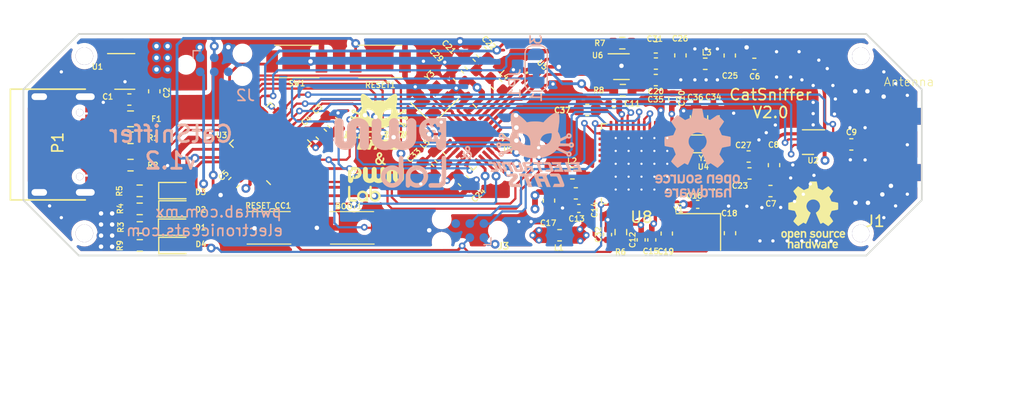
<source format=kicad_pcb>
(kicad_pcb (version 20211014) (generator pcbnew)
  (title_block (title "Cat-Stick") (date "2021-06-23") (rev "v2.0") (company "Electronic Cats") (comment 1 "Eduardo Contreras"))
  (layers (0 "F.Cu" signal) (1 "In1.Cu" power "GND") (2 "In2.Cu" power "VCC") (31 "B.Cu" signal) (34 "B.Paste" user) (35 "F.Paste" user) (36 "B.SilkS" user "B.Silkscreen") (37 "F.SilkS" user "F.Silkscreen") (38 "B.Mask" user) (39 "F.Mask" user) (44 "Edge.Cuts" user))
  (net 0 "")
  (net 1 "GND")
  (net 2 "/X48M_P")
  (net 3 "/LORA_O")
  (net 4 "/X48M_N")
  (net 5 "VCC")
  (net 6 "Net-(C9-Pad1)")
  (net 7 "+3V3")
  (net 8 "/VDDS")
  (net 9 "/VDDR")
  (net 10 "Net-(C33-Pad1)")
  (net 11 "/UBP_SUB-1_GHZ")
  (net 12 "/UBP_2_4_GHZ")
  (net 13 "/ANT")
  (net 14 "/RX_TX")
  (net 15 "/LED1")
  (net 16 "Net-(D1-Pad1)")
  (net 17 "/LED2")
  (net 18 "Net-(D2-Pad1)")
  (net 19 "/LED4")
  (net 20 "Net-(D3-Pad1)")
  (net 21 "/LED3")
  (net 22 "Net-(D4-Pad1)")
  (net 23 "Net-(F1-Pad1)")
  (net 24 "/SWCLK")
  (net 25 "/RESET")
  (net 26 "/SWDIO")
  (net 27 "/DIO22")
  (net 28 "Net-(JP1-Pad2)")
  (net 29 "/DIO2")
  (net 30 "/DCDC_SW")
  (net 31 "/RFO")
  (net 32 "Net-(P1-PadB5)")
  (net 33 "/D+")
  (net 34 "/D-")
  (net 35 "Net-(P1-PadA5)")
  (net 36 "/ANT_SW")
  (net 37 "/TXD")
  (net 38 "/RXD")
  (net 39 "/CTF2")
  (net 40 "/CTF3")
  (net 41 "/CTF1")
  (net 42 "/RFI_N")
  (net 43 "/RFI_P")
  (net 44 "/SW_RFO")
  (net 45 "/SW_RFI")
  (net 46 "/RESET_SX")
  (net 47 "/CIPO")
  (net 48 "/SCK")
  (net 49 "/COPI")
  (net 50 "/NSS")
  (net 51 "/BUSY")
  (net 52 "/DIO3")
  (net 53 "/DIO1")
  (net 54 "/RESET_CC")
  (net 55 "/BOOT")
  (net 56 "/U_SWITCH")
  (net 57 "Net-(C5-Pad2)")
  (net 58 "Net-(C6-Pad2)")
  (net 59 "Net-(C7-Pad2)")
  (net 60 "Net-(C8-Pad2)")
  (net 62 "Net-(C35-Pad1)")
  (net 63 "Net-(C36-Pad1)")
  (net 65 "Net-(L5-Pad1)")
  (net 87 "/2_4_GHZ_RF_P")
  (net 88 "/2_4_GHZ_RF_N")
  (net 89 "/SUB_1_GHZ_RF_P")
  (net 90 "/SUB_1_GHZ_RF_N")
  (net 91 "Net-(C20-Pad2)")
  (net 92 "Net-(C20-Pad1)")
  (net 93 "Net-(C21-Pad1)")
  (net 94 "Net-(C23-Pad2)")
  (net 96 "Net-(C31-Pad1)")
  (net 97 "Net-(C34-Pad1)")
  (net 98 "/XTA")
  (net 99 "/XTB")
  (net 101 "/cJTAG_TCK")
  (net 102 "/cJTAG_TMSC")
  (net 105 "Net-(C37-Pad1)")
  (footprint "Capacitor_SMD:C_0603_1608Metric" (layer "F.Cu") (at 148.69 101.945 90)
    (fp_text reference "C25")
    (fp_text value "3.3pF")
  )
  (footprint "Capacitor_SMD:C_0603_1608Metric" (layer "F.Cu") (at 94.555 105.92 180)
    (fp_text reference "C1")
    (fp_text value "1uF")
  )
  (footprint "Capacitor_SMD:C_0603_1608Metric" (layer "F.Cu") (at 103.971992 113.408008 45)
    (fp_text reference "C5")
    (fp_text value "0.1uF")
  )
  (footprint "Capacitor_SMD:C_0603_1608Metric" (layer "F.Cu") (at 125.28 102.73 135)
    (fp_text reference "C21")
    (fp_text value "0.1uF")
  )
  (footprint "Capacitor_SMD:C_0603_1608Metric" (layer "F.Cu") (at 142.02 101.21)
    (fp_text reference "C31")
    (fp_text value "1nF")
  )
  (footprint "LED_SMD:LED_0603_1608Metric_Pad1.05x0.95mm_HandSolder" (layer "F.Cu") (at 98.86 114.14)
    (fp_text reference "D3")
    (fp_text value "LED")
  )
  (footprint "LED_SMD:LED_0603_1608Metric_Pad1.05x0.95mm_HandSolder" (layer "F.Cu") (at 98.865 115.79)
    (fp_text reference "D2")
    (fp_text value "LED")
  )
  (footprint "LED_SMD:LED_0603_1608Metric_Pad1.05x0.95mm_HandSolder" (layer "F.Cu") (at 98.865 119.09)
    (fp_text reference "D4")
    (fp_text value "LED")
  )
  (footprint "LED_SMD:LED_0603_1608Metric_Pad1.05x0.95mm_HandSolder" (layer "F.Cu") (at 98.84 117.44)
    (fp_text reference "D1")
    (fp_text value "LED")
  )
  (footprint "Inductor_SMD:L_0603_1608Metric" (layer "F.Cu") (at 146.4775 102.69 180)
    (fp_text reference "L3")
    (fp_text value "9.1nH")
  )
  (footprint "Resistor_SMD:R_0603_1608Metric" (layer "F.Cu") (at 139.05 105.075 180)
    (fp_text reference "R8")
    (fp_text value "100R")
  )
  (footprint "Resistor_SMD:R_0603_1608Metric" (layer "F.Cu") (at 94.66 111.84 180)
    (fp_text reference "R2")
    (fp_text value "5k1")
  )
  (footprint "Resistor_SMD:R_0603_1608Metric" (layer "F.Cu") (at 95.495 119.09)
    (fp_text reference "R9")
    (fp_text value "330")
  )
  (footprint "Resistor_SMD:R_0603_1608Metric" (layer "F.Cu") (at 95.485 115.79)
    (fp_text reference "R4")
    (fp_text value "330")
  )
  (footprint "Resistor_SMD:R_0603_1608Metric" (layer "F.Cu") (at 95.48 114.16)
    (fp_text reference "R5")
    (fp_text value "330")
  )
  (footprint "Resistor_SMD:R_0603_1608Metric" (layer "F.Cu") (at 95.495 117.47)
    (fp_text reference "R3")
    (fp_text value "330")
  )
  (footprint "Capacitor_SMD:C_0603_1608Metric" (layer "F.Cu") (at 142.03 102.67)
    (fp_text reference "C20")
    (fp_text value "100pF")
  )
  (footprint "CatSniffer:HOLE" (layer "F.Cu") (at 161.11 114.21)
    (fp_text reference "REF**" hide)
    (fp_text value "HOLE")
  )
  (footprint "CatSniffer:HOLE" (layer "F.Cu") (at 90.21 98.28)
    (fp_text reference "REF**" hide)
    (fp_text value "HOLE")
  )
  (footprint "CatSniffer:HOLE" (layer "F.Cu") (at 161.06 99.62)
    (fp_text reference "REF**" hide)
    (fp_text value "HOLE")
  )
  (footprint "Capacitor_SMD:C_0603_1608Metric" (layer "F.Cu") (at 150.905 102.7)
    (fp_text reference "C6")
    (fp_text value "100pF")
  )
  (footprint "Capacitor_SMD:C_0603_1608Metric" (layer "F.Cu") (at 112.89 108 135)
    (fp_text reference "C3")
    (fp_text value "0.1uF")
  )
  (footprint "Package_TO_SOT_SMD:SOT-23-5" (layer "F.Cu") (at 94.14 103.38)
    (fp_text reference "U1")
    (fp_text value "AP2112K-3.3")
  )
  (footprint "Capacitor_SMD:C_0603_1608Metric" (layer "F.Cu") (at 111.86 109.04 -45)
    (fp_text reference "C4")
    (fp_text value "0.1uF")
  )
  (footprint "CatSniffer:HOLE" (layer "F.Cu") (at 91.86 115.52)
    (fp_text reference "REF**" hide)
    (fp_text value "HOLE")
  )
  (footprint "Inductor_SMD:L_0603_1608Metric" (layer "F.Cu") (at 122.573153 111.153153 135)
    (fp_text reference "L5")
    (fp_text value "15uH")
  )
  (footprint "Capacitor_SMD:C_0603_1608Metric" (layer "F.Cu") (at 124.23 103.78 135)
    (fp_text reference "C29")
    (fp_text value "0.1uF")
  )
  (footprint "Capacitor_SMD:C_0603_1608Metric" (layer "F.Cu") (at 121.54 112.2 -45)
    (fp_text reference "C33")
    (fp_text value "470nF")
  )
  (footprint "Crystal:Crystal_SMD_2520-4Pin_2.5x2.0mm" (layer "F.Cu") (at 122.073744 106.016307 45)
    (fp_text reference "Y3")
    (fp_text value "32Mhz")
  )
  (footprint "Package_DFN_QFN:QFN-24-1EP_4x4mm_P0.5mm_EP2.65x2.65mm" (layer "F.Cu") (at 125.53 109.32 -45)
    (fp_text reference "U7")
    (fp_text value "SX1262IMLTRT")
  )
  (footprint "Package_DFN_QFN:QFN-32-1EP_5x5mm_P0.5mm_EP3.65x3.65mm" (layer "F.Cu") (at 107.27267 109.89733 135)
    (fp_text reference "U3")
    (fp_text value "ATSAMD21E18A")
  )
  (footprint "Capacitor_SMD:C_0603_1608Metric" (layer "F.Cu") (at 126.301992 101.631992 135)
    (fp_text reference "C22")
    (fp_text value "47pF")
  )
  (footprint "Capacitor_SMD:C_0603_1608Metric" (layer "F.Cu") (at 142.02 104.16)
    (fp_text reference "C35")
    (fp_text value "1nF")
  )
  (footprint "Capacitor_SMD:C_0603_1608Metric" (layer "F.Cu") (at 150.39 111.06 180)
    (fp_text reference "C27")
    (fp_text value "100pF")
  )
  (footprint "Capacitor_SMD:C_0603_1608Metric" (layer "F.Cu") (at 152.36 114.18)
    (fp_text reference "C7")
    (fp_text value "100pF")
  )
  (footprint "Capacitor_SMD:C_0603_1608Metric" (layer "F.Cu") (at 152.68 111.84 90)
    (fp_text reference "C8")
    (fp_text value "100pF")
  )
  (footprint "Capacitor_SMD:C_0603_1608Metric" (layer "F.Cu") (at 150.47 112.59 180)
    (fp_text reference "C23")
    (fp_text value "100pF")
  )
  (footprint "CatSniffer:0900FM15D0039E" (layer "F.Cu") (at 147.24 112.42 -90)
    (fp_text reference "U4")
    (fp_text value "0900PC15A0036")
  )
  (footprint "Package_DFN_QFN:DFN-8-1EP_2x2mm_P0.5mm_EP0.9x1.3mm" (layer "F.Cu") (at 156.24 109.76 180)
    (fp_text reference "U2")
    (fp_text value "RFSW8006QTR7")
  )
  (footprint "Capacitor_SMD:C_0603_1608Metric" (layer "F.Cu") (at 159.65 109.97)
    (fp_text reference "C9")
    (fp_text value "100pF")
  )
  (footprint "Resistor_SMD:R_0603_1608Metric" (layer "F.Cu") (at 139 100.825 180)
    (fp_text reference "R7")
    (fp_text value "100R")
  )
  (footprint "CatSniffer:0900FM15D0039E" (layer "F.Cu") (at 131.54 104.64 135)
    (fp_text reference "U5")
    (fp_text value "0900FM15D0039")
  )
  (footprint "Inductor_SMD:L_0603_1608Metric" (layer "F.Cu") (at 127.663153 104.533153 -45)
    (fp_text reference "L4")
    (fp_text value "47nH")
  )
  (footprint "Capacitor_SMD:C_0603_1608Metric" (layer "F.Cu") (at 148.71 117.985 -90)
    (fp_text reference "C18")
    (fp_text value "22pF")
  )
  (footprint "Capacitor_SMD:C_0603_1608Metric" (layer "F.Cu") (at 147.21 107.52 90)
    (fp_text reference "C34")
    (fp_text value "10pF")
  )
  (footprint "Capacitor_SMD:C_0603_1608Metric" (layer "F.Cu") (at 145.65 107.52 90)
    (fp_text reference "C36")
    (fp_text value "10pF")
  )
  (footprint "Fuse:Fuse_0805_2012Metric_Pad1.15x1.40mm_HandSolder" (layer "F.Cu") (at 94.66 107.66)
    (fp_text reference "F1")
    (fp_text value "0.5A")
  )
  (footprint "Inductor_SMD:L_0603_1608Metric" (layer "F.Cu") (at 133.3425 118.17 180)
    (fp_text reference "L1")
    (fp_text value "BLM18HE152SN1D ")
  )
  (footprint "Inductor_SMD:L_0603_1608Metric" (layer "F.Cu") (at 134.5 112.58 180)
    (fp_text reference "L2")
    (fp_text value "6.8uH")
  )
  (footprint "Crystal:Crystal_SMD_3225-4Pin_3.2x2.5mm" (layer "F.Cu") (at 145.86 117.87 180)
    (fp_text reference "Y1")
    (fp_text value "48MHz")
  )
  (footprint "Crystal:Crystal_SMD_2012-2Pin_2.0x1.2mm" (layer "F.Cu") (at 146.28 109.92 180)
    (fp_text reference "Y2")
    (fp_text value "32.768kHz")
  )
  (footprint "Capacitor_SMD:C_0603_1608Metric" (layer "F.Cu") (at 143.01 118.015 -90)
    (fp_text reference "C19")
    (fp_text value "22pF")
  )
  (footprint "Resistor_SMD:R_0603_1608Metric" (layer "F.Cu") (at 138.87 117.885 90)
    (fp_text reference "R6")
    (fp_text value "100K")
  )
  (footprint "Capacitor_SMD:C_0402_1005Metric" (layer "F.Cu") (at 143.55 105.84 90)
    (fp_text reference "C10")
    (fp_text value "100nF")
  )
  (footprint "Capacitor_SMD:C_0402_1005Metric" (layer "F.Cu") (at 138.24 106.29 180)
    (fp_text reference "C11")
    (fp_text value "100nF")
  )
  (footprint "Capacitor_SMD:C_0402_1005Metric" (layer "F.Cu") (at 135.08 115.75 180)
    (fp_text reference "C13")
    (fp_text value "100nF")
  )
  (footprint "Capacitor_SMD:C_0603_1608Metric" (layer "F.Cu") (at 134.81 114.39 180)
    (fp_text reference "C14")
    (fp_text value "22uF")
  )
  (footprint "Capacitor_SMD:C_0402_1005Metric" (layer "F.Cu") (at 141.66 118.59 -90)
    (fp_text reference "C15")
    (fp_text value "100nF")
  )
  (footprint "Capacitor_SMD:C_0402_1005Metric" (layer "F.Cu") (at 145.8 115.38)
    (fp_text reference "C16")
    (fp_text value "100nF")
  )
  (footprint "Capacitor_SMD:C_0603_1608Metric" (layer "F.Cu") (at 132.39 115.04 -90)
    (fp_text reference "C17")
    (fp_text value "22uF")
  )
  (footprint "Capacitor_SMD:C_0402_1005Metric" (layer "F.Cu") (at 137.67 118.11 90)
    (fp_text reference "C32")
    (fp_text value "100nF")
  )
  (footprint "Capacitor_SMD:C_0603_1608Metric" (layer "F.Cu") (at 135.84 106.86 180)
    (fp_text reference "C37")
    (fp_text value "1uF")
  )
  (footprint "Aesthetics:electronic_cats_logo_4x3" (layer "F.Cu") (at 117.06 107.93)
    (fp_text reference "G***" hide)
    (fp_text value "LOGO" hide)
  )
  (footprint "Symbol:OSHW-Logo_5.7x6mm_SilkScreen" (layer "F.Cu") (at 156.21 116.332)
    (fp_text reference "REF**" hide)
    (fp_text value "OSHW-Logo_5.7x6mm_SilkScreen" hide)
  )
  (footprint "Capacitor_SMD:C_0603_1608Metric" (layer "F.Cu") (at 96.8 105.175 90)
    (fp_text reference "C2")
    (fp_text value "0.1uF")
  )
  (footprint "Capacitor_SMD:C_0402_1005Metric" (layer "F.Cu") (at 140.7 118.59 -90)
    (fp_text reference "C12")
    (fp_text value "100nF")
  )
  (footprint "Capacitor_SMD:C_0603_1608Metric" (layer "F.Cu") (at 144.24 101.935 90)
    (fp_text reference "C26")
    (fp_text value "3.3pF")
  )
  (footprint "Capacitor_SMD:C_0603_1608Metric" (layer "F.Cu") (at 124.68 113.25 -45)
    (fp_text reference "C24")
    (fp_text value "0.1uF")
  )
  (footprint "Resistor_SMD:R_0603_1608Metric" (layer "F.Cu") (at 94.66 109.37 180)
    (fp_text reference "R1")
    (fp_text value "5k1")
  )
  (footprint "CatSniffer:calderon" (layer "F.Cu") (at 116.79 113.58)
    (fp_text reference "G***" hide)
    (fp_text value "LOGO" hide)
  )
  (footprint "Connectors:C393939" (layer "F.Cu") (at 90.58 109.98 -90)
    (fp_text reference "P1")
    (fp_text value "USB_C_Plug_USB2.0")
  )
  (footprint "CatSniffer:TS1088R02026" (layer "F.Cu") (at 109.65 102.48)
    (fp_text reference "SW1")
    (fp_text value "SW" hide)
  )
  (footprint "CatSniffer:TS1088R02026" (layer "F.Cu") (at 117.18 102.48)
    (fp_text reference "RESET1")
    (fp_text value "SW" hide)
  )
  (footprint "CatSniffer:TS1088R02026" (layer "F.Cu") (at 107.12 117.5)
    (fp_text reference "RESET_CC1")
    (fp_text value "SW" hide)
  )
  (footprint "CatSniffer:TS1088R02026" (layer "F.Cu") (at 114.63 117.5)
    (fp_text reference "BOOT1")
    (fp_text value "SW" hide)
  )
  (footprint "bast-wan:SMA_EDGE" (layer "F.Cu") (at 165.92 109.97 180)
    (fp_text reference "J1")
    (fp_text value "Antenna")
  )
  (footprint "Package_DFN_QFN:VQFN-48-1EP_7x7mm_P0.5mm_EP5.15x5.15mm_ThermalVias" (layer "F.Cu") (at 140.73 111.72 180)
    (fp_text reference "U8")
    (fp_text value "CC1352P1F3RGZT")
  )
  (footprint "Package_TO_SOT_SMD:SOT-363_SC-70-6" (layer "F.Cu") (at 138.925 102.95)
    (fp_text reference "U6")
    (fp_text value "PE42421")
  )
  (footprint "Connector:Tag-Connect_TC2030-IDC-NL_2x03_P1.27mm_Vertical" (layer "B.Cu") (at 102.21 102.78)
    (fp_text reference "J2")
    (fp_text value "Conn_01x06_Female")
  )
  (footprint "Jumper:SolderJumper-3_P1.3mm_Bridged12_RoundedPad1.0x1.5mm_NumberLabels" (layer "B.Cu") (at 131.23 103.11 90)
    (fp_text reference "JP1")
    (fp_text value "Jumper")
  )
  (footprint "Connector:Tag-Connect_TC2030-IDC-NL_2x03_P1.27mm_Vertical" (layer "B.Cu") (at 125.25 117.75 180)
    (fp_text reference "J3")
    (fp_text value "Conn_01x06_Female")
  )
  (footprint "Aesthetics:electronic_cats_logo_8x6" (layer "B.Cu") (at 131.14 110.46 180)
    (fp_text reference "G***" hide)
    (fp_text value "LOGO" hide)
  )
  (footprint "Symbol:OSHW-Logo_7.5x8mm_SilkScreen" (layer "B.Cu") (at 145.796 110.744 180)
    (fp_text reference "REF**" hide)
    (fp_text value "OSHW-Logo_7.5x8mm_SilkScreen" hide)
  )
  (footprint "CatSniffer:calderon_7.5x7.5" (layer "B.Cu") (at 118.08 110.74 180)
    (fp_text reference "G***" hide)
    (fp_text value "LOGO" hide)
  )
  (gr_line (start 166 105) (end 166 115) (layer "Edge.Cuts") (width 0.15))
  (gr_line (start 85 105) (end 90 100) (layer "Edge.Cuts") (width 0.15))
  (gr_line (start 90 120) (end 85 115) (layer "Edge.Cuts") (width 0.15))
  (gr_line (start 161 100) (end 166 105) (layer "Edge.Cuts") (width 0.15))
  (gr_line (start 161 120) (end 166 115) (layer "Edge.Cuts") (width 0.15))
  (gr_line (start 161 100) (end 90 100) (layer "Edge.Cuts") (width 0.15))
  (gr_line (start 90 120) (end 161 120) (layer "Edge.Cuts") (width 0.15))
  (gr_line (start 85 105) (end 85 115) (layer "Edge.Cuts") (width 0.15))
  (gr_text "CatSniffer\nv1.2" (at 98.298 110.236) (layer "B.SilkS") (effects (font (size 1.5 1.5) (thickness 0.25)) (justify mirror)))
  (gr_text "&" (at 124.98 110.72) (layer "B.SilkS") (effects (font (size 1 1)) (justify mirror)))
  (gr_text "pwnlab.com.mx\n" (at 108.389048 116.05) (layer "B.SilkS") (effects (font (size 1 1)) (justify left mirror)))
  (gr_text "electroniccats.com" (at 101.33 117.74) (layer "B.SilkS") (effects (font (size 1 1)) (justify mirror)))
  (gr_text "&" (at 117.18 111.29) (layer "F.SilkS") (effects (font (size 1 1))))
  (gr_text "CatSniffer\nV2.0" (at 152.37 106.28) (layer "F.SilkS") (effects (font (size 1 1))))
  (segment (start 142.795 101.21) (end 144.19 101.21) (width 0.3) (layer "F.Cu") (net 1))
  (segment (start 113.056016 107.443984) (end 113.37 107.13) (width 0.5) (layer "F.Cu") (net 1))
  (segment (start 93.04 103.38) (end 93.96 103.38) (width 0.5) (layer "F.Cu") (net 1))
  (segment (start 156.718 102.362) (end 156.21 101.854) (width 0.2) (layer "F.Cu") (net 1))
  (segment (start 96.005 109.39) (end 96.59 109.39) (width 0.5) (layer "F.Cu") (net 1))
  (segment (start 141.66 119.07) (end 142.76 119.07) (width 0.3) (layer "F.Cu") (net 1))
  (segment (start 110.9 102.48) (end 110.89 102.47) (width 0.5) (layer "F.Cu") (net 1))
  (segment (start 147.24 115.14) (end 147.24 114.42) (width 0.3) (layer "F.Cu") (net 1))
  (segment (start 124.731992 102.105976) (end 125.753984 101.083984) (width 0.5) (layer "F.Cu") (net 1))
  (segment (start 95.33 105.41) (end 94.73 105.41) (width 0.35) (layer "F.Cu") (net 1))
  (segment (start 111.283984 108.463984) (end 112.303984 107.443984) (width 0.5) (layer "F.Cu") (net 1))
  (segment (start 160.69 108.26) (end 160.89 108.46) (width 0.2) (layer "F.Cu") (net 1))
  (segment (start 151.59 115.66) (end 151.58 115.67) (width 0.2) (layer "F.Cu") (net 1))
  (segment (start 125.53 109.32) (end 125.53 108.25934) (width 0.25) (layer "F.Cu") (net 1))
  (segment (start 91.405 106.78) (end 91.594 106.78) (width 0.5) (layer "F.Cu") (net 1))
  (segment (start 92 116.2) (end 92 119.2) (width 0.5) (layer "F.Cu") (net 1))
  (segment (start 130.47934 103.225786) (end 130.744505 102.960621) (width 0.3) (layer "F.Cu") (net 1))
  (segment (start 126.59066 109.32) (end 125.53 109.32) (width 0.25) (layer "F.Cu") (net 1))
  (segment (start 142.815 105.015) (end 142.815 104.12) (width 0.3) (layer "F.Cu") (net 1))
  (segment (start 149.93 118.76) (end 149.94 118.77) (width 0.3) (layer "F.Cu") (net 1))
  (segment (start 162.445 114.485) (end 163.22 113.71) (width 0.5) (layer "F.Cu") (net 1))
  (segment (start 132.39 116.62) (end 132.07 116.94) (width 0.5) (layer "F.Cu") (net 1))
  (segment (start 127.439188 108.471472) (end 127.448528 108.471472) (width 0.25) (layer "F.Cu") (net 1))
  (segment (start 103.423984 113.956016) (end 103.363984 113.956016) (width 0.3) (layer "F.Cu") (net 1))
  (segment (start 145.542 104.14) (end 146.558 104.14) (width 0.35) (layer "F.Cu") (net 1))
  (segment (start 160.69 107.43) (end 160.27 107.43) (width 0.5) (layer "F.Cu") (net 1))
  (segment (start 153.82 115.12) (end 153.28 115.66) (width 0.2) (layer "F.Cu") (net 1))
  (segment (start 131.54 104.64) (end 131.54 104.57) (width 0.3) (layer "F.Cu") (net 1))
  (segment (start 92.03 113.18) (end 92.34 113.49) (width 0.5) (layer "F.Cu") (net 1))
  (segment (start 151.98 108.91) (end 152.11 108.91) (width 0.2) (layer "F.Cu") (net 1))
  (segment (start 127.439188 108.471472) (end 126.59066 109.32) (width 0.25) (layer "F.Cu") (net 1))
  (segment (start 94.655 115.785) (end 94.66 115.79) (width 0.5) (layer "F.Cu") (net 1))
  (segment (start 96.8 109.18) (end 96.8 105.95) (width 0.5) (layer "F.Cu") (net 1))
  (segment (start 97.96 111.84) (end 98 111.88) (width 0.5) (layer "F.Cu") (net 1))
  (segment (start 93 116.2) (end 93 119.2) (width 0.5) (layer "F.Cu") (net 1))
  (segment (start 160 105.17) (end 159.26 105.91) (width 0.29337) (layer "F.Cu") (net 1))
  (segment (start 158.13 105.95) (end 158.21 105.87) (width 0.2) (layer "F.Cu") (net 1))
  (segment (start 111.283984 108.493984) (end 111.283984 108.463984) (width 0.5) (layer "F.Cu") (net 1))
  (segment (start 96.59 109.39) (end 96.8 109.18) (width 0.5) (layer "F.Cu") (net 1))
  (segment (start 129.184214 103.225786) (end 129.18 103.23) (width 0.25) (layer "F.Cu") (net 1))
  (segment (start 95.33 105.92) (end 95.33 105.41) (width 0.35) (layer "F.Cu") (net 1))
  (segment (start 94.655 114.16) (end 94.655 115.785) (width 0.5) (layer "F.Cu") (net 1))
  (segment (start 130.125786 103.225786) (end 129.184214 103.225786) (width 0.25) (layer "F.Cu") (net 1))
  (segment (start 132.14434 102.975) (end 133.275 102.975) (width 0.25) (layer "F.Cu") (net 1))
  (segment (start 124.672597 105.539215) (end 124.026691 104.893309) (width 0.5) (layer "F.Cu") (net 1))
  (segment (start 111.052944 108.725024) (end 111.283984 108.493984) (width 0.5) (layer "F.Cu") (net 1))
  (segment (start 91.405 113.475) (end 90.58 114.3) (width 0.5) (layer "F.Cu") (net 1))
  (segment (start 129.67 116.94) (end 130.78 116.94) (width 0.5) (layer "F.Cu") (net 1))
  (segment (start 144.86 117.02) (end 146.56 118.72) (width 0.3) (layer "F.Cu") (net 1))
  (segment (start 125.228008 113.768008) (end 125.241992 113.768008) (width 0.2) (layer "F.Cu") (net 1))
  (segment (start 104.842333 111.974114) (end 105.345804 111.470643) (width 0.3) (layer "F.Cu") (net 1))
  (segment (start 94.56 119.2) (end 94.67 119.09) (width 0.5) (layer "F.Cu") (net 1))
  (segment (start 156.21 107.188) (end 156.21 108.204) (width 0.2) (layer "F.Cu") (net 1))
  (segment (start 131.54 104.57) (end 130.838994 103.868994) (width 0.3) (layer "F.Cu") (net 1))
  (segment (start 125.241992 113.768008) (end 125.85 113.16) (width 0.2) (layer "F.Cu") (net 1))
  (segment (start 91.405 106.485) (end 90.58 105.66) (width 0.5) (layer "F.Cu") (net 1))
  (segment (start 94.73 105.41) (end 94.159998 104.839998) (width 0.35) (layer "F.Cu") (net 1))
  (segment (start 94.159998 103.579998) (end 93.96 103.38) (width 0.5) (layer "F.Cu") (net 1))
  (segment (start 154.94 103.886) (end 155.194 104.14) (width 0.2) (layer "F.Cu") (net 1))
  (segment (start 124.46934 109.32) (end 125.53 109.32) (width 0.3) (layer "F.Cu") (net 1))
  (segment (start 143.55 105.36) (end 142.62 105.36) (width 0.2) (layer "F.Cu") (net 1))
  (segment (start 137.975 102.95) (end 138.85 102.95) (width 0.25) (layer "F.Cu") (net 1))
  (segment (start 123.187437 105.732563) (end 124.026691 104.893309) (width 0.5) (layer "F.Cu") (net 1))
  (segment (start 147.24 113.88) (end 147.255 113.865) (width 0.3) (layer "F.Cu") (net 1))
  (segment (start 131.451612 103.667728) (end 131.486954 103.667728) (width 0.25) (layer "F.Cu") (net 1))
  (segment (start 144.76 117.02) (end 144.86 117.02) (width 0.3) (layer "F.Cu") (net 1))
  (segment (start 163.888 112.51) (end 163.888 112.772) (width 0.5) (layer "F.Cu") (net 1))
  (segment (start 130.838994 103.868994) (end 131.250346 103.868994) (width 0.3) (layer "F.Cu") (net 1))
  (segment (start 143.04 118.79) (end 143.04 119.25) (width 0.25) (layer "F.Cu") (net 1))
  (segment (start 146.56 118.72) (end 146.96 118.72) (width 0.3) (layer "F.Cu") (net 1))
  (segment (start 132.63 104.4) (end 132.75 104.52) (width 0.25) (layer "F.Cu") (net 1))
  (segment (start 94.159998 104.839998) (end 94.159998 104.31) (width 0.35) (layer "F.Cu") (net 1))
  (segment (start 146.96 119.2) (end 146.96 118.72) (width 0.25) (layer "F.Cu") (net 1))
  (segment (start 130.613934 103.868994) (end 130.838994 103.868994) (width 0.3) (layer "F.Cu") (net 1))
  (segment (start 130.125786 103.367194) (end 130.41544 103.656848) (width 0.3) (layer "F.Cu") (net 1))
  (segment (start 92 117.2) (end 93 117.2) (width 0.5) (layer "F.Cu") (net 1))
  (segment (start 143.385001 119.595001) (end 146.564999 119.595001) (width 0.25) (layer "F.Cu") (net 1))
  (segment (start 151.165 111.06) (end 151.165 109.715) (width 0.2) (layer "F.Cu") (net 1))
  (segment (start 145.65 106.745) (end 144.715 106.745) (width 0.25) (layer "F.Cu") (net 1))
  (segment (start 157.48 103.378) (end 157.48 103.124) (width 0.2) (layer "F.Cu") (net 1))
  (segment (start 158.77 112.36) (end 158.77 112.15) (width 0.2) (layer "F.Cu") (net 1))
  (segment (start 134.15 115.75) (end 134.6 115.75) (width 0.5) (layer "F.Cu") (net 1))
  (segment (start 158.13 107.23) (end 158.13 105.95) (width 0.2) (layer "F.Cu") (net 1))
  (segment (start 142.47 105.51) (end 142.47 106.89) (width 0.2) (layer "F.Cu") (net 1))
  (segment (start 148.635 106.745) (end 149.04 107.15) (width 0.25) (layer "F.Cu") (net 1))
  (segment (start 132.39 115.815) (end 132.39 116.62) (width 0.5) (layer "F.Cu") (net 1))
  (segment (start 121.621992 112.748008) (end 120.83 113.54) (width 0.5) (layer "F.Cu") (net 1))
  (segment (start 121.521992 112.718008) (end 121.05 113.19) (width 0.3) (layer "F.Cu") (net 1))
  (segment (start 124.2 106.612442) (end 124.672598 106.139844) (width 0.5) (layer "F.Cu") (net 1))
  (segment (start 133.3 102.95) (end 133.275 102.975) (width 0.25) (layer "F.Cu") (net 1))
  (segment (start 151.165 109.715) (end 151.32 109.56) (width 0.2) (layer "F.Cu") (net 1))
  (segment (start 94.67 117.47) (end 94.67 119.09) (width 0.5) (layer "F.Cu") (net 1))
  (segment (start 123.064495 108.124495) (end 122.72 107.78) (width 0.3) (layer "F.Cu") (net 1))
  (segment (start 92.34 115.86) (end 92 116.2) (width 0.5) (layer "F.Cu") (net 1))
  (segment (start 161.55 112.51) (end 160.27 112.51) (width 0.5) (layer "F.Cu") (net 1))
  (segment (start 124.778984 101.083984) (end 124.37 100.675) (width 0.5) (layer "F.Cu") (net 1))
  (segment (start 134.6 115.75) (end 133.65 115.75) (width 0.5) (layer "F.Cu") (net 1))
  (segment (start 144.19 101.21) (end 144.24 101.16) (width 0.3) (layer "F.Cu") (net 1))
  (segment (start 150.17 101.17) (end 150.21 101.21) (width 0.25) (layer "F.Cu") (net 1))
  (segment (start 148.71 118.76) (end 149.93 118.76) (width 0.3) (layer "F.Cu") (net 1))
  (segment (start 146.558 104.14) (end 147.574 104.14) (width 0.35) (layer "F.Cu") (net 1))
  (segment (start 104.274498 111.974114) (end 104.842333 111.974114) (width 0.3) (layer "F.Cu") (net 1))
  (segment (start 156.21 101.854) (end 155.956 101.6) (width 0.2) (layer "F.Cu") (net 1))
  (segment (start 147.45 113.67) (end 147.865 113.67) (width 0.3) (layer "F.Cu") (net 1))
  (segment (start 148.69 101.17) (end 149.63 101.17) (width 0.5) (layer "F.Cu") (net 1))
  (segment (start 161.69 115.24) (end 161.42 115.24) (width 0.5) (layer "F.Cu") (net 1))
  (segment (start 140.676 111.72) (end 138.938 109.982) (width 0.2) (layer "F.Cu") (net 1))
  (segment (start 155.95 113.54) (end 155.95 113.84) (width 0.2) (layer "F.Cu") (net 1))
  (segment (start 147.21 106.745) (end 147.94 106.745) (width 0.25) (layer "F.Cu") (net 1))
  (segment (start 123.187437 105.892563) (end 123.092236 105.987764) (width 0.5) (layer "F.Cu") (net 1))
  (segment (start 137.227124 106.29) (end 137.047114 106.10999) (width 0.25) (layer "F.Cu") (net 1))
  (segment (start 123.039979 102.549979) (end 122.990487 102.549979) (width 0.5) (layer "F.Cu") (net 1))
  (segment (start 132.42 104.4) (end 132.63 104.4) (width 0.25) (layer "F.Cu") (net 1))
  (segment (start 137.67 117.63) (end 137.67 116.789992) (width 0.2) (layer "F.Cu") (net 1))
  (segment (start 161.69 115.24) (end 162.445 114.485) (width 0.5) (layer "F.Cu") (net 1))
  (segment (start 144.252 104.12) (end 144.272 104.14) (width 0.35) (layer "F.Cu") (net 1))
  (segment (start 123.248835 108.099495) (end 122.820952 108.099495) (width 0.3) (layer "F.Cu") (net 1))
  (segment (start 123.585471 108.471472) (end 123.238494 108.124495) (width 0.3) (layer "F.Cu") (net 1))
  (segment (start 122.088008 112.748008) (end 121.621992 112.748008) (width 0.5) (layer "F.Cu") (net 1))
  (segment (start 147.24 114.42) (end 147.24 113.88) (width 0.3) (layer "F.Cu") (net 1))
  (segment (start 158.77 112.15) (end 159.56 111.36) (width 0.2) (layer "F.Cu") (net 1))
  (segment (start 105.8 117.5) (end 105.84 117.54) (width 0.3) (layer "F.Cu") (net 1))
  (segment (start 120.960051 106.140051) (end 120.960051 105.400051) (width 0.35) (layer "F.Cu") (net 1))
  (segment (start 144.95 106.745) (end 144.72 106.975) (width 0.25) (layer "F.Cu") (net 1))
  (segment (start 91.594 106.78) (end 92.202 106.172) (width 0.5) (layer "F.Cu") (net 1))
  (segment (start 143.55 105.36) (end 143.16 105.36) (width 0.3) (layer "F.Cu") (net 1))
  (segment (start 135.065 106.86) (end 133.4 106.86) (width 0.5) (layer "F.Cu") (net 1))
  (segment (start 112.303984 107.443984) (end 113.056016 107.443984) (width 0.5) (layer "F.Cu") (net 1))
  (segment (start 96.63 111.84) (end 97.42 111.84) (width 0.5) (layer "F.Cu") (net 1))
  (segment (start 137.975 102.95) (end 133.3 102.95) (width 0.25) (layer "F.Cu") (net 1))
  (segment (start 144.715 106.745) (end 144.526 106.934) (width 0.25) (layer "F.Cu") (net 1))
  (segment (start 92 118.2) (end 93 118.2) (width 0.5) (layer "F.Cu") (net 1))
  (segment (start 154.178 103.886) (end 154.94 103.886) (width 0.2) (layer "F.Cu") (net 1))
  (segment (start 109.906643 109.031124) (end 110.427767 108.51) (width 0.3) (layer "F.Cu") (net 1))
  (segment (start 120.960051 106.140051) (end 120.6 105.78) (width 0.5) (layer "F.Cu") (net 1))
  (segment (start 142.76 119.07) (end 143.04 118.79) (width 0.3) (layer "F.Cu") (net 1))
  (segment (start 112.405 117.5) (end 111.46 117.5) (width 0.3) (layer "F.Cu") (net 1))
  (segment (start 112.303984 107.443984) (end 112.326016 107.443984) (width 0.5) (layer "F.Cu") (net 1))
  (segment (start 157.988 103.886) (end 157.48 103.378) (width 0.2) (layer "F.Cu") (net 1))
  (segment (start 122.098008 112.718008) (end 121.521992 112.718008) (width 0.3) (layer "F.Cu") (net 1))
  (segment (start 155.956 101.6) (end 154.94 101.6) (width 0.2) (layer "F.Cu") (net 1))
  (segment (start 158.84 106.97) (end 158.39 106.97) (width 0.29337) (layer "F.Cu") (net 1))
  (segment (start 140.7 119.07) (end 141.66 119.07) (width 0.3) (layer "F.Cu") (net 1))
  (segment (start 130.125786 103.225786) (end 130.125786 103.367194) (width 0.3) (layer "F.Cu") (net 1))
  (segment (start 163.888 107.018) (end 162.04 105.17) (width 0.5) (layer "F.Cu") (net 1))
  (segment (start 144.272 104.14) (end 145.542 104.14) (width 0.35) (layer "F.Cu") (net 1))
  (segment (start 146.564999 119.595001) (end 146.96 119.2) (width 0.25) (layer "F.Cu") (net 1))
  (segment (start 147.255 113.865) (end 147.255 113.385) (width 0.3) (layer "F.Cu") (net 1))
  (segment (start 145.356 101.16) (end 145.542 101.346) (width 0.35) (layer "F.Cu") (net 1))
  (segment (start 91.405 113.18) (end 92.03 113.18) (width 0.5) (layer "F.Cu") (net 1))
  (segment (start 154.53 115.12) (end 153.82 115.12) (width 0.2) (layer "F.Cu") (net 1))
  (segment (start 146.558 101.346) (end 147.574 101.346) (width 0.35) (layer "F.Cu") (net 1))
  (segment (start 123.703984 104.570602) (end 123.703984 103.213984) (width 0.5) (layer "F.Cu") (net 1))
  (segment (start 121.975 111.785) (end 121.975 112.635) (width 0.5) (layer "F.Cu") (net 1))
  (segment (start 120.395011 102.48) (end 120.54 102.624989) (width 0.5) (layer "F.Cu") (net 1))
  (segment (start 96.8 105.95) (end 95.36 105.95) (width 0.5) (layer "F.Cu") (net 1))
  (segment (start 147.255 113.385) (end 147.47 113.17) (width 0.3) (layer "F.Cu") (net 1))
  (segment (start 123.703984 103.21) (end 124.731992 102.181992) (width 0.5) (layer "F.Cu") (net 1))
  (segment (start 156.21 105.156) (end 155.956 104.902) (width 0.2) (layer "F.Cu") (net 1))
  (segment (start 143.04 119.25) (end 143.385001 119.595001) (width 0.25) (layer "F.Cu") (net 1))
  (segment (start 94.66 115.79) (end 94.66 117.46) (width 0.5) (layer "F.Cu") (net 1))
  (segment (start 128.58 107.34) (end 129.42 107.34) (width 0.25) (layer "F.Cu") (net 1))
  (segment (start 146.28 115.38) (end 147.75 115.38) (width 0.3) (layer "F.Cu") (net 1))
  (segment (start 155.95 113.84) (end 155.32 114.47) (width 0.2) (layer "F.Cu") (net 1))
  (segment (start 93 119.2) (end 92 119.2) (width 0.5) (layer "F.Cu") (net 1))
  (segment (start 149.63 101.17) (end 149.64 101.16) (width 0.5) (layer "F.Cu") (net 1))
  (segment (start 119.405 102.48) (end 120.395011 102.48) (width 0.5) (layer "F.Cu") (net 1))
  (segment (start 143.16 105.36) (end 142.815 105.015) (width 0.3) (layer "F.Cu") (net 1))
  (segment (start 127.448528 108.471472) (end 128.58 107.34) (width 0.25) (layer "F.Cu") (net 1))
  (segment (start 157.92 112.36) (end 157.72 112.56) (width 0.2) (layer "F.Cu") (net 1))
  (segment (start 131.451612 103.667728) (end 132.14434 102.975) (width 0.25) (layer "F.Cu") (net 1))
  (segment (start 119.405 102.48) (end 121.05 102.48) (width 0.35) (layer "F.Cu") (net 1))
  (segment (start 142.815 104.12) (end 144.252 104.12) (width 0.35) (layer "F.Cu") (net 1))
  (segment (start 161.42 115.24) (end 160.03 115.24) (width 0.5) (layer "F.Cu") (net 1))
  (segment (start 132.07 116.94) (end 130.78 116.94) (width 0.5) (layer "F.Cu") (net 1))
  (segment (start 91.405 113.18) (end 91.405 113.475) (width 0.5) (layer "F.Cu") (net 1))
  (segment (start 138.85 102.95) (end 138.925 102.875) (width 0.25) (layer "F.Cu") (net 1))
  (segment (start 121.05 102.48) (end 121.07 102.46) (width 0.35) (layer "F.Cu") (net 1))
  (segment (start 153.28 115.66) (end 151.59 115.66) (width 0.2) (layer "F.Cu") (net 1))
  (segment (start 156.48 112.56) (end 156.28 112.76) (width 0.2) (layer "F.Cu") (net 1))
  (segment (start 124.731992 102.181992) (end 124.731992 102.105976) (width 0.5) (layer "F.Cu") (net 1))
  (segment (start 125.753984 101.083984) (end 124.778984 101.083984) (width 0.5) (layer "F.Cu") (net 1))
  (segment (start 92.202 106.172) (end 91.092 106.172) (width 0.5) (layer "F.Cu") (net 1))
  (segment (start 147.255 113.865) (end 147.45 113.67) (width 0.3) (layer "F.Cu") (net 1))
  (segment (start 121.975 112.635) (end 122.088008 112.748008) (width 0.5) (layer "F.Cu") (net 1))
  (segment (start 152.654 104.14) (end 152.908 103.886) (width 0.2) (layer "F.Cu") (net 1))
  (segment (start 163.888 113.042) (end 163.22 113.71) (width 0.5) (layer "F.Cu") (net 1))
  (segment (start 147.94 106.745) (end 148.17 106.975) (width 0.25) (layer "F.Cu") (net 1))
  (segment (start 130.28487 104.198058) (end 130.613934 103.868994) (width 0.3) (layer "F.Cu") (net 1))
  (segment (start 103.423984 112.824628) (end 104.274498 111.974114) (width 0.3) (layer "F.Cu") (net 1))
  (segment (start 130.41544 103.656848) (end 130.41544 103.996793) (width 0.3) (layer "F.Cu") (net 1))
  (segment (start 157.72 112.56) (end 156.48 112.56) (width 0.2) (layer "F.Cu") (net 1))
  (segment (start 156.21 107.188) (end 156.21 106.172) (width 0.29337) (layer "F.Cu") (net 1))
  (segment (start 131.250346 103.868994) (end 131.451612 103.667728) (width 0.3) (layer "F.Cu") (net 1))
  (segment (start 156.21 106.172) (end 156.21 105.156) (width 0.2) (layer "F.Cu") (net 1))
  (segment (start 137.67 116.789992) (end 137.689982 116.77001) (width 0.2) (layer "F.Cu") (net 1))
  (segment (start 124.2 106.92934) (end 124.2 106.612442) (width 0.25) (layer "F.Cu") (net 1))
  (segment (start 146.28 115.38) (end 148.42 115.38) (width 0.2) (layer "F.Cu") (net 1))
  (segment (start 146.96 118.72) (end 148.67 118.72) (width 0.3) (layer "F.Cu") (net 1))
  (segment (start 95.36 105.95) (end 95.33 105.92) (width 0.5) (layer "F.Cu") (net 1))
  (segment (start 162.04 105.17) (end 160 105.17) (width 0.5) (layer "F.Cu") (net 1))
  (segment (start 135.27001 106.10999) (end 135.065 106.315) (width 0.25) (layer "F.Cu") (net 1))
  (segment (start 97.42 111.84) (end 97.46 111.88) (width 0.5) (layer "F.Cu") (net 1))
  (segment (start 123.238494 108.124495) (end 123.064495 108.124495) (width 0.3) (layer "F.Cu") (net 1))
  (segment (start 91.405 106.78) (end 91.405 106.485) (width 0.5) (layer "F.Cu") (net 1))
  (segment (start 144.24 101.16) (end 145.356 101.16) (width 0.35) (layer "F.Cu") (net 1))
  (segment (start 92 116.2) (end 93 116.2) (width 0.5) (layer "F.Cu") (net 1))
  (segment (start 120.6 105.78) (end 120.6 104.824978) (width 0.5) (layer "F.Cu") (net 1))
  (segment (start 93.89 119.09) (end 93 118.2) (width 0.5) (layer "F.Cu") (net 1))
  (segment (start 123.703984 103.213984) (end 123.039979 102.549979) (width 0.5) (layer "F.Cu") (net 1))
  (segment (start 123.596812 110.168528) (end 123.620812 110.168528) (width 0.3) (layer "F.Cu") (net 1))
  (segment (start 103.423984 113.956016) (end 103.423984 112.824628) (width 0.3) (layer "F.Cu") (net 1))
  (segment (start 163.888 112.51) (end 163.888 113.042) (width 0.5) (layer "F.Cu") (net 1))
  (segment (start 122.098008 111.667332) (end 123.596812 110.168528) (width 0.3) (layer "F.Cu") (net 1))
  (segment (start 123.620812 108.471472) (end 123.585471 108.471472) (width 0.3) (layer "F.Cu") (net 1))
  (segment (start 137.047114 106.10999) (end 135.27001 106.10999) (width 0.25) (layer "F.Cu") (net 1))
  (segment (start 163.888 112.51) (end 161.55 112.51) (width 0.5) (layer "F.Cu") (net 1))
  (segment (start 163.888 107.43) (end 160.69 107.43) (width 0.2) (layer "F.Cu") (net 1))
  (segment (start 154.37 111.82) (end 154.37 112.81) (width 0.2) (layer "F.Cu") (net 1))
  (segment (start 92.34 113.49) (end 92.34 115.86) (width 0.5) (layer "F.Cu") (net 1))
  (segment (start 140.73 111.72) (end 140.676 111.72) (width 0.2) (layer "F.Cu") (net 1))
  (segment (start 132.18 104.64) (end 132.42 104.4) (width 0.25) (layer "F.Cu") (net 1))
  (segment (start 130.41544 103.996793) (end 130.214175 104.198058) (width 0.3) (layer "F.Cu") (net 1))
  (segment (start 134.035 115.635) (end 134.15 115.75) (width 0.5) (layer "F.Cu") (net 1))
  (segment (start 147.47 113.17) (end 147.865 113.17) (width 0.3) (layer "F.Cu") (net 1))
  (segment (start 148.67 118.72) (end 148.71 118.76) (width 0.3) (layer "F.Cu") (net 1))
  (segment (start 158.92 112.51) (end 158.77 112.36) (width 0.5) (layer "F.Cu") (net 1))
  (segment (start 110.427767 108.51) (end 111.267968 108.51) (width 0.3) (layer "F.Cu") (net 1))
  (segment (start 104.895 117.5) (end 105.8 117.5) (width 0.3) (layer "F.Cu") (net 1))
  (segment (start 158.77 112.36) (end 157.92 112.36) (width 0.2) (layer "F.Cu") (net 1))
  (segment (start 161.55 112.51) (end 158.92 112.51) (width 0.5) (layer "F.Cu") (net 1))
  (segment (start 134.035 114.39) (end 134.035 115.635) (width 0.5) (layer "F.Cu") (net 1))
  (segment (start 94.159998 104.31) (end 94.159998 103.579998) (width 0.5) (layer "F.Cu") (net 1))
  (segment (start 124.672598 106.139844) (end 124.672597 105.539215) (width 0.5) (layer "F.Cu") (net 1))
  (segment (start 123.620812 108.471472) (end 123.248835 108.099495) (width 0.3) (layer "F.Cu") (net 1))
  (segment (start 120.960051 105.400051) (end 120.33 104.77) (width 0.35) (layer "F.Cu") (net 1))
  (segment (start 160.69 107.43) (end 160.69 108.26) (width 0.2) (layer "F.Cu") (net 1))
  (segment (start 144.24 101.16) (end 145.15 101.16) (width 0.3) (layer "F.Cu") (net 1))
  (segment (start 122.820952 108.099495) (end 122.678547 107.95709) (width 0.3) (layer "F.Cu") (net 1))
  (segment (start 163.888 107.43) (end 163.888 107.018) (width 0.5) (layer "F.Cu") (net 1))
  (segment (start 160.2 107.36) (end 160.27 107.43) (width 0.5) (layer "F.Cu") (net 1))
  (segment (start 123.620812 110.168528) (end 124.46934 109.32) (width 0.3) (layer "F.Cu") (net 1))
  (segment (start 137.76 106.29) (end 137.227124 106.29) (width 0.25) (layer "F.Cu") (net 1))
  (segment (start 123.703984 103.213984) (end 123.703984 103.21) (width 0.5) (layer "F.Cu") (net 1))
  (segment (start 103.363984 113.956016) (end 102.78 114.54) (width 0.3) (layer "F.Cu") (net 1))
  (segment (start 156.21 104.648) (end 156.21 106.172) (width 0.2) (layer "F.Cu") (net 1))
  (segment (start 133.65 115.75) (end 133.61 115.71) (width 0.5) (layer "F.Cu") (net 1))
  (segment (start 147 115.38) (end 147.24 115.14) (width 0.3) (layer "F.Cu") (net 1))
  (segment (start 111.875 102.48) (end 110.9 102.48) (width 0.5) (layer "F.Cu") (net 1))
  (segment (start 146.28 115.38) (end 147 115.38) (width 0.3) (layer "F.Cu") (net 1))
  (segment (start 152.11 108.91) (end 152.8 108.22) (width 0.2) (layer "F.Cu") (net 1))
  (segment (start 133.4 106.86) (end 132.77 107.49) (width 0.5) (layer "F.Cu") (net 1))
  (segment (start 130.125786 103.225786) (end 130.47934 103.225786) (width 0.3) (layer "F.Cu") (net 1))
  (segment (start 135.065 106.315) (end 135.065 106.86) (width 0.25) (layer "F.Cu") (net 1))
  (segment (start 130.214175 104.198058) (end 130.28487 104.198058) (width 0.3) (layer "F.Cu") (net 1))
  (segment (start 159.26 105.91) (end 158.85 105.91) (width 0.29337) (layer "F.Cu") (net 1))
  (segment (start 145.16 101.17) (end 145.15 101.16) (width 0.3) (layer "F.Cu") (net 1))
  (segment (start 131.54 104.64) (end 132.18 104.64) (width 0.25) (layer "F.Cu") (net 1))
  (segment (start 161.15 115.24) (end 161.69 115.24) (width 0.5) (layer "F.Cu") (net 1))
  (segment (start 125.53 108.25934) (end 124.681472 107.410812) (width 0.25) (layer "F.Cu") (net 1))
  (segment (start 145.65 106.745) (end 144.95 106.745) (width 0.25) (layer "F.Cu") (net 1))
  (segment (start 145.542 101.346) (end 146.558 101.346) (width 0.35) (layer "F.Cu") (net 1))
  (segment (start 96.63 111.84) (end 97.96 111.84) (width 0.5) (layer "F.Cu") (net 1))
  (segment (start 148.42 115.38) (end 148.58 115.54) (width 0.2) (layer "F.Cu") (net 1))
  (segment (start 94.66 117.46) (end 94.67 117.47) (width 0.5) (layer "F.Cu") (net 1))
  (segment (start 142.62 105.36) (end 142.47 105.51) (width 0.2) (layer "F.Cu") (net 1))
  (segment (start 147.21 106.745) (end 148.635 106.745) (width 0.25) (layer "F.Cu") (net 1))
  (segment (start 123.187437 105.892563) (end 123.187437 105.732563) (width 0.5) (layer "F.Cu") (net 1))
  (segment (start 158.96 107.36) (end 160.2 107.36) (width 0.5) (layer "F.Cu") (net 1))
  (segment (start 149.63 101.17) (end 150.17 101.17) (width 0.25) (layer "F.Cu") (net 1))
  (segment (start 94.67 119.09) (end 93.89 119.09) (width 0.5) (layer "F.Cu") (net 1))
  (segment (start 122.098008 111.667332) (end 122.092668 111.667332) (width 0.3) (layer "F.Cu") (net 1))
  (segment (start 124.026691 104.893309) (end 123.703984 104.570602) (width 0.5) (layer "F.Cu") (net 1))
  (segment (start 147.574 104.14) (end 152.654 104.14) (width 0.2) (layer "F.Cu") (net 1))
  (segment (start 151.165 110.165) (end 151.17 110.16) (width 0.3) (layer "F.Cu") (net 1))
  (segment (start 122.092668 111.667332) (end 121.975 111.785) (width 0.3) (layer "F.Cu") (net 1))
  (segment (start 158.39 106.97) (end 158.13 107.23) (width 0.29337) (layer "F.Cu") (net 1))
  (segment (start 111.267968 108.51) (end 111.283984 108.493984) (width 0.3) (layer "F.Cu") (net 1))
  (segment (start 124.681472 107.410812) (end 124.2 106.92934) (width 0.25) (layer "F.Cu") (net 1))
  (segment (start 91.092 106.172) (end 90.58 105.66) (width 0.5) (layer "F.Cu") (net 1))
  (segment (start 154.37 112.81) (end 154.18 113) (width 0.2) (layer "F.Cu") (net 1))
  (segment (start 151.165 111.06) (end 151.165 110.165) (width 0.3) (layer "F.Cu") (net 1))
  (segment (start 157.988 104.648) (end 157.988 103.886) (width 0.2) (layer "F.Cu") (net 1))
  (via (at 130.78 116.94) (size 0.6) (drill 0.3) (layers "F.Cu" "B.Cu") (net 1))
  (via (at 151.41 118.68) (size 0.6) (drill 0.3) (layers "F.Cu" "B.Cu") (net 1))
  (via (at 145.542 104.14) (size 0.6) (drill 0.3) (layers "F.Cu" "B.Cu") (net 1))
  (via (at 92 116.2) (size 0.8) (drill 0.4) (layers "F.Cu" "B.Cu") (net 1))
  (via (at 156.21 106.172) (size 0.6) (drill 0.3) (layers "F.Cu" "B.Cu") (net 1))
  (via (at 93 119.2) (size 0.8) (drill 0.4) (layers "F.Cu" "B.Cu") (net 1))
  (via (at 124.37 100.675) (size 0.8) (drill 0.4) (layers "F.Cu" "B.Cu") (net 1))
  (via (at 155.32 114.47) (size 0.6) (drill 0.3) (layers "F.Cu" "B.Cu") (net 1))
  (via (at 158.13 107.23) (size 0.6) (drill 0.3) (layers "F.Cu" "B.Cu") (net 1))
  (via (at 163.64038 115.521141) (size 0.6) (drill 0.3) (layers "F.Cu" "B.Cu") (net 1))
  (via (at 132.75 104.52) (size 0.6) (drill 0.3) (layers "F.Cu" "B.Cu") (net 1))
  (via (at 163.22 113.71) (size 0.8) (drill 0.4) (layers "F.Cu" "B.Cu") (net 1))
  (via (at 102.78 114.54) (size 0.8) (drill 0.4) (layers "F.Cu" "B.Cu") (net 1))
  (via (at 133.275 102.975) (size 0.8) (drill 0.4) (layers "F.Cu" "B.Cu") (net 1))
  (via (at 164.7 105.538478) (size 0.6) (drill 0.3) (layers "F.Cu" "B.Cu") (net 1))
  (via (at 111.46 117.5) (size 0.8) (drill 0.4) (layers "F.Cu" "B.Cu") (net 1))
  (via (at 164.7 110) (size 0.6) (drill 0.3) (layers "F.Cu" "B.Cu") (net 1))
  (via (at 121.59 117.72) (size 0.8) (drill 0.4) (layers "F.Cu" "B.Cu") (net 1))
  (via (at 151.98 108.91) (size 0.6) (drill 0.3) (layers "F.Cu" "B.Cu") (net 1))
  (via (at 154.94 101.6) (size 0.6) (drill 0.3) (layers "F.Cu" "B.Cu") (net 1))
  (via (at 151.58 115.67) (size 0.6) (drill 0.3) (layers "F.Cu" "B.Cu") (net 1))
  (via (at 121.07 102.46) (size 0.6) (drill 0.3) (layers "F.Cu" "B.Cu") (net 1))
  (via (at 133.61 115.71) (size 0.6) (drill 0.3) (layers "F.Cu" "B.Cu") (net 1))
  (via (at 110.89 102.47) (size 0.8) (drill 0.4) (layers "F.Cu" "B.Cu") (net 1))
  (via (at 137.689982 116.77001) (size 0.6) (drill 0.3) (layers "F.Cu" "B.Cu") (net 1))
  (via (at 153.865008 118.68) (size 0.6) (drill 0.3) (layers "F.Cu" "B.Cu") (net 1))
  (via (at 161.15 115.24) (size 0.8) (drill 0.4) (layers "F.Cu" "B.Cu") (net 1))
  (via (at 149.04 107.15) (size 0.6) (drill 0.3) (layers "F.Cu" "B.Cu") (net 1))
  (via (at 142.47 106.89) (size 0.6) (drill 0.3) (layers "F.Cu" "B.Cu") (net 1))
  (via (at 94.159998 104.31) (size 0.6) (drill 0.3) (layers "F.Cu" "B.Cu") (net 1))
  (via (at 93 118.2) (size 0.8) (drill 0.4) (layers "F.Cu" "B.Cu") (net 1))
  (via (at 147.574 101.346) (size 0.6) (drill 0.3) (layers "F.Cu" "B.Cu") (net 1))
  (via (at 93 117.2) (size 0.8) (drill 0.4) (layers "F.Cu" "B.Cu") (net 1))
  (via (at 162.580761 103.419239) (size 0.6) (drill 0.3) (layers "F.Cu" "B.Cu") (net 1))
  (via (at 125.85 113.16) (size 0.6) (drill 0.3) (layers "F.Cu" "B.Cu") (net 1))
  (via (at 92 117.2) (size 0.8) (drill 0.4) (layers "F.Cu" "B.Cu") (net 1))
  (via (at 154.53 115.12) (size 0.6) (drill 0.3) (layers "F.Cu" "B.Cu") (net 1))
  (via (at 156.718 102.362) (size 0.6) (drill 0.3) (layers "F.Cu" "B.Cu") (net 1))
  (via (at 150.23 115.55) (size 0.6) (drill 0.3) (layers "F.Cu" "B.Cu") (net 1))
  (via (at 122.678547 107.95709) (size 0.6) (drill 0.3) (layers "F.Cu" "B.Cu") (net 1))
  (via (at 146.558 101.346) (size 0.6) (drill 0.3) (layers "F.Cu" "B.Cu") (net 1))
  (via (at 129.18 103.23) (size 0.6) (drill 0.3) (layers "F.Cu" "B.Cu") (net 1))
  (via (at 154.37 111.82) (size 0.6) (drill 0.3) (layers "F.Cu" "B.Cu") (net 1))
  (via (at 156.21 104.648) (size 0.6) (drill 0.3) (layers "F.Cu" "B.Cu") (net 1))
  (via (at 156.28 112.76) (size 0.6) (drill 0.3) (layers "F.Cu" "B.Cu") (net 1))
  (via (at 154.18 113) (size 0.6) (drill 0.3) (layers "F.Cu" "B.Cu") (net 1))
  (via (at 113.37 107.13) (size 0.6) (drill 0.3) (layers "F.Cu" "B.Cu") (net 1))
  (via (at 92 118.2) (size 0.8) (drill 0.4) (layers "F.Cu" "B.Cu") (net 1))
  (via (at 124.026691 104.893309) (size 0.6) (drill 0.3) (layers "F.Cu" "B.Cu") (net 1))
  (via (at 156.21 107.188) (size 0.6) (drill 0.3) (layers "F.Cu" "B.Cu") (net 1))
  (via (at 162.580761 116.580761) (size 0.6) (drill 0.3) (layers "F.Cu" "B.Cu") (net 1))
  (via (at 152.908 101.6) (size 0.6) (drill 0.3) (layers "F.Cu" "B.Cu") (net 1))
  (via (at 164.7 114.461522) (size 0.6) (drill 0.3) (layers "F.Cu" "B.Cu") (net 1))
  (via (at 159.56 111.36) (size 0.6) (drill 0.3) (layers "F.Cu" "B.Cu") (net 1))
  (via (at 120.33 104.77) (size 0.6) (drill 0.3) (layers "F.Cu" "B.Cu") (net 1))
  (via (at 155.95 113.54) (size 0.6) (drill 0.3) (layers "F.Cu" "B.Cu") (net 1))
  (via (at 120.83 113.54) (size 0.6) (drill 0.3) (layers "F.Cu" "B.Cu") (net 1))
  (via (at 156.503613 118.68) (size 0.6) (drill 0.3) (layers "F.Cu" "B.Cu") (net 1))
  (via (at 148.58 115.54) (size 0.6) (drill 0.3) (layers "F.Cu" "B.Cu") (net 1))
  (via (at 93 116.2) (size 0.8) (drill 0.4) (layers "F.Cu" "B.Cu") (net 1))
  (via (at 144.526 106.934) (size 0.6) (drill 0.3) (layers "F.Cu" "B.Cu") (net 1))
  (via (at 160.03 115.24) (size 0.8) (drill 0.4) (layers "F.Cu" "B.Cu") (net 1))
  (via (at 92.202 106.172) (size 0.6) (drill 0.3) (layers "F.Cu" "B.Cu") (net 1))
  (via (at 153.28 115.66) (size 0.6) (drill 0.3) (layers "F.Cu" "B.Cu") (net 1))
  (via (at 122.990487 102.549979) (size 0.6) (drill 0.3) (layers "F.Cu" "B.Cu") (net 1))
  (via (at 161.1 105.17) (size 0.8) (drill 0.4) (layers "F.Cu" "B.Cu") (net 1))
  (via (at 156.21 108.204) (size 0.6) (drill 0.3) (layers "F.Cu" "B.Cu") (net 1))
  (via (at 152.58 118.68) (size 0.6) (drill 0.3) (layers "F.Cu" "B.Cu") (net 1))
  (via (at 129.67 116.94) (size 0.6) (drill 0.3) (layers "F.Cu" "B.Cu") (net 1))
  (via (at 155.194 104.14) (size 0.6) (drill 0.3) (layers "F.Cu" "B.Cu") (net 1))
  (via (at 88.419239 116.580761) (size 0.6) (drill 0.3) (layers "F.Cu" "B.Cu") (net 1))
  (via (at 151.32 109.56) (size 0.6) (drill 0.3) (layers "F.Cu" "B.Cu") (net 1))
  (via (at 160 105.17) (size 0.8) (drill 0.4) (layers "F.Cu" "B.Cu") (net 1))
  (via (at 147.574 104.14) (size 0.6) (drill 0.3) (layers "F.Cu" "B.Cu") (net 1))
  (via (at 162.445 114.485) (size 0.8) (drill 0.4) (layers "F.Cu" "B.Cu") (net 1))
  (via (at 87.359619 115.521141) (size 0.6) (drill 0.3) (layers "F.Cu" "B.Cu") (net 1))
  (via (at 160.89 111.37) (size 0.6) (drill 0.3) (layers "F.Cu" "B.Cu") (net 1))
  (via (at 138.925 102.875) (size 0.8) (drill 0.4) (layers "F.Cu" "B.Cu") (net 1))
  (via (at 103.48 101.19) (size 0.8) (drill 0.4) (layers "F.Cu" "B.Cu") (net 1))
  (via (at 152.8 108.22) (size 0.6) (drill 0.3) (layers "F.Cu" "B.Cu") (net 1))
  (via (at 160.89 108.46) (size 0.6) (drill 0.3) (layers "F.Cu" "B.Cu") (net 1))
  (via (at 163.64038 104.478858) (size 0.6) (drill 0.3) (layers "F.Cu" "B.Cu") (net 1))
  (via (at 144.272 104.14) (size 0.6) (drill 0.3) (layers "F.Cu" "B.Cu") (net 1))
  (via (at 154.178 103.886) (size 0.6) (drill 0.3) (layers "F.Cu" "B.Cu") (net 1))
  (via (at 98 111.88) (size 0.6) (drill 0.3) (layers "F.Cu" "B.Cu") (net 1))
  (via (at 157.48 103.124) (size 0.6) (drill 0.3) (layers "F.Cu" "B.Cu") (net 1))
  (via (at 159.53 108.46) (size 0.6) (drill 0.3) (layers "F.Cu" "B.Cu") (net 1))
  (via (at 129.42 107.34) (size 0.8) (drill 0.4) (layers "F.Cu" "B.Cu") (net 1))
  (via (at 92 119.2) (size 0.8) (drill 0.4) (layers "F.Cu" "B.Cu") (net 1))
  (via (at 157.988 104.648) (size 0.6) (drill 0.3) (layers "F.Cu" "B.Cu") (net 1))
  (via (at 158.21 105.87) (size 0.6) (drill 0.3) (layers "F.Cu" "B.Cu") (net 1))
  (via (at 155.184311 118.68) (size 0.6) (drill 0.3) (layers "F.Cu" "B.Cu") (net 1))
  (via (at 162.565 105.655) (size 0.8) (drill 0.4) (layers "F.Cu" "B.Cu") (net 1))
  (via (at 152.908 103.886) (size 0.6) (drill 0.3) (layers "F.Cu" "B.Cu") (net 1))
  (via (at 88.419239 103.419239) (size 0.6) (drill 0.3) (layers "F.Cu" "B.Cu") (net 1))
  (via (at 150.21 101.21) (size 0.8) (drill 0.4) (layers "F.Cu" "B.Cu") (net 1))
  (via (at 105.84 117.54) (size 0.8) (drill 0.4) (layers "F.Cu" "B.Cu") (net 1))
  (via (at 146.558 104.14) (size 0.6) (drill 0.3) (layers "F.Cu" "B.Cu") (net 1))
  (via (at 145.542 101.346) (size 0.6) (drill 0.3) (layers "F.Cu" "B.Cu") (net 1))
  (via (at 157.822916 118.68) (size 0.6) (drill 0.3) (layers "F.Cu" "B.Cu") (net 1))
  (segment (start 138.405 112.8825) (end 136.5045 112.8825) (width 0.2) (layer "B.Cu") (net 1))
  (segment (start 103.48 102.145) (end 103.48 101.19) (width 0.25) (layer "B.Cu") (net 1))
  (segment (start 158.13 107.23) (end 158.13 106.4) (width 0.29337) (layer "B.Cu") (net 1))
  (segment (start 151.32 109.56) (end 151.33 109.56) (width 0.2) (layer "B.Cu") (net 1))
  (segment (start 148.58 115.54) (end 150.22 115.54) (width 0.2) (layer "B.Cu") (net 1))
  (segment (start 86.43 105.66) (end 86.43 114.3) (width 0.25) (layer "B.Cu") (net 1))
  (segment (start 155.18 114.47) (end 154.53 115.12) (width 0.2) (layer "B.Cu") (net 1))
  (segment (start 160.89 108.46) (end 159.53 108.46) (width 0.2) (layer "B.Cu") (net 1))
  (segment (start 158.85 105.91) (end 158.85 106.96) (width 0.29337) (layer "B.Cu") (net 1))
  (segment (start 163.888 112.51) (end 163.888 113.052) (width 0.5) (layer "B.Cu") (net 1))
  (segment (start 155.31 112.76) (end 154.37 111.82) (width 0.2) (layer "B.Cu") (net 1))
  (segment (start 157.48 103.124) (end 156.718 102.362) (width 0.2) (layer "B.Cu") (net 1))
  (segment (start 161.7 115.24) (end 161.15 115.24) (width 0.5) (layer "B.Cu") (net 1))
  (segment (start 163.888 113.052) (end 161.7 115.24) (width 0.5) (layer "B.Cu") (net 1))
  (segment (start 158.13 106.4) (end 158.03 106.3) (width 0.29337) (layer "B.Cu") (net 1))
  (segment (start 155.702 104.14) (end 156.21 104.648) (width 0.2) (layer "B.Cu") (net 1))
  (segment (start 121.07 102.46) (end 122.900508 102.46) (width 0.35) (layer "B.Cu") (net 1))
  (segment (start 90.58 105.66) (end 86.43 105.66) (width 0.25) (layer "B.Cu") (net 1))
  (segment (start 160 105.17) (end 158.51 105.17) (width 0.2) (layer "B.Cu") (net 1))
  (segment (start 154.94 101.6) (end 152.908 101.6) (width 0.2) (layer "B.Cu") (net 1))
  (segment (start 162.08 105.17) (end 162.565 105.655) (width 0.5) (layer "B.Cu") (net 1))
  (segment (start 123.98 118.385) (end 123.315 117.72) (width 0.2) (layer "B.Cu") (net 1))
  (segment (start 122.900508 102.46) (end 122.990487 102.549979) (width 0.35) (layer "B.Cu") (net 1))
  (segment (start 151.33 109.56) (end 151.98 108.91) (width 0.2) (layer "B.Cu") (net 1))
  (segment (start 160.03 115.24) (end 161.15 115.24) (width 0.5) (layer "B.Cu") (net 1))
  (segment (start 86.43 114.3) (end 90.58 114.3) (width 0.25) (layer "B.Cu") (net 1))
  (segment (start 156.21 106.172) (end 156.21 107.188) (width 0.2) (layer "B.Cu") (net 1))
  (segment (start 158.51 105.17) (end 157.988 104.648) (width 0.2) (layer "B.Cu") (net 1))
  (segment (start 156.28 112.76) (end 156.28 113.21) (width 0.2) (layer "B.Cu") (net 1))
  (segment (start 156.28 112.76) (end 155.31 112.76) (width 0.2) (layer "B.Cu") (net 1))
  (segment (start 161.1 105.17) (end 162.08 105.17) (width 0.5) (layer "B.Cu") (net 1))
  (segment (start 163.888 106.978) (end 162.565 105.655) (width 0.5) (layer "B.Cu") (net 1))
  (segment (start 156.28 113.21) (end 155.95 113.54) (width 0.2) (layer "B.Cu") (net 1))
  (segment (start 159.56 111.36) (end 160.88 111.36) (width 0.2) (layer "B.Cu") (net 1))
  (segment (start 158.85 106.96) (end 158.84 106.97) (width 0.29337) (layer "B.Cu") (net 1))
  (segment (start 152.908 103.886) (end 154.178 103.886) (width 0.2) (layer "B.Cu") (net 1))
  (segment (start 155.32 114.47) (end 155.18 114.47) (width 0.2) (layer "B.Cu") (net 1))
  (segment (start 163.888 107.43) (end 163.888 106.978) (width 0.5) (layer "B.Cu") (net 1))
  (segment (start 155.194 104.14) (end 155.702 104.14) (width 0.2) (layer "B.Cu") (net 1))
  (segment (start 160 105.17) (end 161.1 105.17) (width 0.5) (layer "B.Cu") (net 1))
  (segment (start 160.88 111.36) (end 160.89 111.37) (width 0.2) (layer "B.Cu") (net 1))
  (segment (start 123.315 117.72) (end 121.59 117.72) (width 0.2) (layer "B.Cu") (net 1))
  (segment (start 150.22 115.54) (end 150.23 115.55) (width 0.2) (layer "B.Cu") (net 1))
  (segment (start 146.96 116.48) (end 146.96 117.02) (width 0.25) (layer "F.Cu") (net 2))
  (segment (start 146.96 117.02) (end 148.52 117.02) (width 0.25) (layer "F.Cu") (net 2))
  (segment (start 143.294999 116.144999) (end 146.624999 116.144999) (width 0.25) (layer "F.Cu") (net 2))
  (segment (start 142.98 115.83) (end 143.294999 116.144999) (width 0.25) (layer "F.Cu") (net 2))
  (segment (start 146.624999 116.144999) (end 146.96 116.48) (width 0.25) (layer "F.Cu") (net 2))
  (segment (start 142.98 115.1575) (end 142.98 115.83) (width 0.25) (layer "F.Cu") (net 2))
  (segment (start 148.52 117.02) (end 148.71 117.21) (width 0.25) (layer "F.Cu") (net 2))
  (segment (start 150.11 102.72) (end 150.13 102.7) (width 0.29337) (layer "F.Cu") (net 3))
  (segment (start 147.265 102.69) (end 148.66 102.69) (width 0.29337) (layer "F.Cu") (net 3))
  (segment (start 148.69 102.72) (end 150.11 102.72) (width 0.29337) (layer "F.Cu") (net 3))
  (segment (start 148.66 102.69) (end 148.69 102.72) (width 0.29337) (layer "F.Cu") (net 3))
  (segment (start 144.28 118.72) (end 143.04 117.48) (width 0.25) (layer "F.Cu") (net 4))
  (segment (start 142.48 115.1575) (end 142.48 116.68) (width 0.25) (layer "F.Cu") (net 4))
  (segment (start 144.76 118.72) (end 144.28 118.72) (width 0.25) (layer "F.Cu") (net 4))
  (segment (start 143.04 117.48) (end 143.04 117.24) (width 0.25) (layer "F.Cu") (net 4))
  (segment (start 142.48 116.68) (end 143.04 117.24) (width 0.25) (layer "F.Cu") (net 4))
  (segment (start 92.96 105.92) (end 92.7 105.66) (width 0.3) (layer "F.Cu") (net 5))
  (segment (start 94.51001 107.24001) (end 94.51001 106.96999) (width 0.3) (layer "F.Cu") (net 5))
  (segment (start 93.04 102.43) (end 92.53 102.43) (width 0.3) (layer "F.Cu") (net 5))
  (segment (start 95.685 107.66) (end 94.93 107.66) (width 0.3) (layer "F.Cu") (net 5))
  (segment (start 94.51001 106.96999) (end 94.51001 106.43001) (width 0.3) (layer "F.Cu") (net 5))
  (segment (start 93.04 104.33) (end 92.594998 104.33) (width 0.3) (layer "F.Cu") (net 5))
  (segment (start 93.04 104.33) (end 93.04 105.49998) (width 0.3) (layer "F.Cu") (net 5))
  (segment (start 94.51 106.09) (end 94.34 105.92) (width 0.3) (layer "F.Cu") (net 5))
  (segment (start 94.51 106.03) (end 94.51 106.09) (width 0.3) (layer "F.Cu") (net 5))
  (segment (start 94.93 107.66) (end 94.51001 107.24001) (width 0.3) (layer "F.Cu") (net 5))
  (segment (start 95.685 107.66) (end 95.52 107.66) (width 0.3) (layer "F.Cu") (net 5))
  (segment (start 93.04 104.33) (end 92.52 104.33) (width 0.3) (layer "F.Cu") (net 5))
  (segment (start 94.34 105.92) (end 93.78 105.92) (width 0.3) (layer "F.Cu") (net 5))
  (segment (start 94.51 106.43) (end 94.51 106.09) (width 0.3) (layer "F.Cu") (net 5))
  (segment (start 92.58 102.43) (end 93.04 102.43) (width 0.3) (layer "F.Cu") (net 5))
  (segment (start 92.21 102.8) (end 92.58 102.43) (width 0.3) (layer "F.Cu") (net 5))
  (segment (start 92.53 102.43) (end 92.06 102.9) (width 0.3) (layer "F.Cu") (net 5))
  (segment (start 94.51001 106.43001) (end 94.51 106.43) (width 0.3) (layer "F.Cu") (net 5))
  (segment (start 95.52 107.66) (end 93.78 105.92) (width 0.3) (layer "F.Cu") (net 5))
  (segment (start 92.21 103.945002) (end 92.21 102.8) (width 0.3) (layer "F.Cu") (net 5))
  (segment (start 91.94 103.75) (end 91.94 103.05) (width 0.3) (layer "F.Cu") (net 5))
  (segment (start 92.594998 104.33) (end 92.21 103.945002) (width 0.3) (layer "F.Cu") (net 5))
  (segment (start 95.24 107.66) (end 94.67 107.09) (width 0.3) (layer "F.Cu") (net 5))
  (segment (start 93.04 104.33) (end 93.04 104.56) (width 0.3) (layer "F.Cu") (net 5))
  (segment (start 95.685 107.66) (end 95.24 107.66) (width 0.3) (layer "F.Cu") (net 5))
  (segment (start 93.04 105.49998) (end 94.51001 106.96999) (width 0.3) (layer "F.Cu") (net 5))
  (segment (start 92.52 104.33) (end 91.94 103.75) (width 0.3) (layer "F.Cu") (net 5))
  (segment (start 93.78 105.92) (end 92.96 105.92) (width 0.3) (layer "F.Cu") (net 5))
  (segment (start 157.24 110.01) (end 158.835 110.01) (width 0.3) (layer "F.Cu") (net 6))
  (segment (start 158.835 110.01) (end 158.875 109.97) (width 0.3) (layer "F.Cu") (net 6))
  (segment (start 106.052911 112.177749) (end 105.430886 112.799774) (width 0.3) (layer "F.Cu") (net 7))
  (segment (start 131.49 118.62) (end 131.37 118.62) (width 0.5) (layer "F.Cu") (net 7))
  (segment (start 96.78 104.36) (end 98.255 104.36) (width 0.3) (layer "F.Cu") (net 7))
  (segment (start 124.8 104.31) (end 125.395022 104.31) (width 0.5) (layer "F.Cu") (net 7))
  (segment (start 113.4 108.54) (end 113.4 108.57) (width 0.5) (layer "F.Cu") (net 7))
  (segment (start 113.4 108.57) (end 112.38 109.59) (width 0.5) (layer "F.Cu") (net 7))
  (segment (start 126.36 105.732283) (end 125.276142 106.816142) (width 0.5) (layer "F.Cu") (net 7))
  (segment (start 112.03 109.59) (end 111.35 110.27) (width 0.5) (layer "F.Cu") (net 7))
  (segment (start 110.517719 109.437719) (end 110.313237 109.437719) (width 0.5) (layer "F.Cu") (net 7))
  (segment (start 125.141092 106.951192) (end 125.276142 106.816142) (width 0.25) (layer "F.Cu") (net 7))
  (segment (start 132.555 118.17) (end 130.92 118.17) (width 0.5) (layer "F.Cu") (net 7))
  (segment (start 124.131992 111.778668) (end 124.681472 111.229188) (width 0.3) (layer "F.Cu") (net 7))
  (segment (start 125.035025 107.057258) (end 125.141092 106.951192) (width 0.25) (layer "F.Cu") (net 7))
  (segment (start 95.24 102.82) (end 96.78 104.36) (width 0.3) (layer "F.Cu") (net 7))
  (segment (start 126.36 105.274978) (end 126.36 105.732283) (width 0.5) (layer "F.Cu") (net 7))
  (segment (start 131.37 117.72) (end 130.92 118.17) (width 0.5) (layer "F.Cu") (net 7))
  (segment (start 95.24 102.43) (end 95.24 102.82) (width 0.3) (layer "F.Cu") (net 7))
  (segment (start 132.105 118.62) (end 132.555 118.17) (width 0.5) (layer "F.Cu") (net 7))
  (segment (start 105.430886 113.569114) (end 105.06 113.94) (width 0.3) (layer "F.Cu") (net 7))
  (segment (start 124.131992 112.671992) (end 124.131992 111.778668) (width 0.3) (layer "F.Cu") (net 7))
  (segment (start 124.681472 111.229188) (end 124.575405 111.123122) (width 0.3) (layer "F.Cu") (net 7))
  (segment (start 132.04 117.72) (end 131.49 117.72) (width 0.5) (layer "F.Cu") (net 7))
  (segment (start 123.728008 112.671992) (end 123.3 113.1) (width 0.25) (layer "F.Cu") (net 7))
  (segment (start 105.430886 112.799774) (end 105.430886 113.569114) (width 0.3) (layer "F.Cu") (net 7))
  (segment (start 157.24 111.38) (end 157.28 111.42) (width 0.35) (layer "F.Cu") (net 7))
  (segment (start 124.575405 111.123122) (end 124.327926 110.875643) (width 0.3) (layer "F.Cu") (net 7))
  (segment (start 123.728008 112.701992) (end 123.19 113.24) (width 0.5) (layer "F.Cu") (net 7))
  (segment (start 131.37 118.62) (end 130.92 118.17) (width 0.5) (layer "F.Cu") (net 7))
  (segment (start 125.91 104.824978) (end 126.36 105.274978) (width 0.5) (layer "F.Cu") (net 7))
  (segment (start 132.555 118.17) (end 132.49 118.17) (width 0.5) (layer "F.Cu") (net 7))
  (segment (start 131.49 117.72) (end 131.37 117.72) (width 0.5) (layer "F.Cu") (net 7))
  (segment (start 96.72 102.43) (end 97 102.15) (width 0.3) (layer "F.Cu") (net 7))
  (segment (start 131.49 118.62) (end 132.105 118.62) (width 0.5) (layer "F.Cu") (net 7))
  (segment (start 95.24 102.43) (end 96.72 102.43) (width 0.3) (layer "F.Cu") (net 7))
  (segment (start 132.49 118.17) (end 132.04 117.72) (width 0.5) (layer "F.Cu") (net 7))
  (segment (start 124.131992 112.701992) (end 123.728008 112.701992) (width 0.5) (layer "F.Cu") (net 7))
  (segment (start 111.35 110.27) (end 110.517719 109.437719) (width 0.5) (layer "F.Cu") (net 7))
  (segment (start 157.24 110.51) (end 157.24 111.38) (width 0.35) (layer "F.Cu") (net 7))
  (segment (start 125.395022 104.31) (end 125.91 104.824978) (width 0.5) (layer "F.Cu") (net 7))
  (segment (start 124.131992 112.671992) (end 123.728008 112.671992) (width 0.25) (layer "F.Cu") (net 7))
  (segment (start 112.38 109.59) (end 112.03 109.59) (width 0.5) (layer "F.Cu") (net 7))
  (segment (start 98.255 104.36) (end 98.26 104.365) (width 0.3) (layer "F.Cu") (net 7))
  (via (at 131.49 117.72) (size 0.6) (drill 0.3) (layers "F.Cu" "B.Cu") (net 7))
  (via (at 131.49 118.62) (size 0.6) (drill 0.3) (layers "F.Cu" "B.Cu") (net 7))
  (via (at 123.19 113.24) (size 0.6) (drill 0.3) (layers "F.Cu" "B.Cu") (net 7))
  (via (at 97 102.15) (size 0.8) (drill 0.4) (layers "F.Cu" "B.Cu") (net 7))
  (via (at 105.06 113.94) (size 0.8) (drill 0.4) (layers "F.Cu" "B.Cu") (net 7))
  (via (at 98 101.1) (size 0.8) (drill 0.4) (layers "F.Cu" "B.Cu") (net 7))
  (via (at 127.53 118.98) (size 0.8) (drill 0.4) (layers "F.Cu" "B.Cu") (net 7))
  (via (at 98 102.15) (size 0.8) (drill 0.4) (layers "F.Cu" "B.Cu") (net 7))
  (via (at 98 103.2) (size 0.8) (drill 0.4) (layers "F.Cu" "B.Cu") (net 7))
  (via (at 111.35 110.27) (size 0.6) (drill 0.3) (layers "F.Cu" "B.Cu") (net 7))
  (via (at 97 103.2) (size 0.8) (drill 0.4) (layers "F.Cu" "B.Cu") (net 7))
  (via (at 157.28 111.42) (size 0.8) (drill 0.4) (layers "F.Cu" "B.Cu") (net 7))
  (via (at 97 101.1) (size 0.8) (drill 0.4) (layers "F.Cu" "B.Cu") (net 7))
  (via (at 125.91 104.824978) (size 0.8) (drill 0.4) (layers "F.Cu" "B.Cu") (net 7))
  (via (at 130.92 118.17) (size 0.6) (drill 0.3) (layers "F.Cu" "B.Cu") (net 7))
  (via (at 100.91 101.2) (size 0.8) (drill 0.4) (layers "F.Cu" "B.Cu") (net 7))
  (segment (start 126.87 118.98) (end 127.53 118.98) (width 0.3) (layer "B.Cu") (net 7))
  (segment (start 100.94 102.145) (end 100.94 101.23) (width 0.3) (layer "B.Cu") (net 7))
  (segment (start 126.52 118.63) (end 126.87 118.98) (width 0.3) (layer "B.Cu") (net 7))
  (segment (start 100.94 101.23) (end 100.91 101.2) (width 0.3) (layer "B.Cu") (net 7))
  (segment (start 126.52 118.385) (end 126.52 118.63) (width 0.3) (layer "B.Cu") (net 7))
  (segment (start 143.48 108.2825) (end 143.48 107.24) (width 0.3) (layer "F.Cu") (net 8))
  (segment (start 140.67 116.97) (end 140.67 117.24) (width 0.3) (layer "F.Cu") (net 8))
  (segment (start 135.18 117.63) (end 135.57 117.24) (width 0.5) (layer "F.Cu") (net 8))
  (segment (start 134.13 118.17) (end 134.64 118.17) (width 0.5) (layer "F.Cu") (net 8))
  (segment (start 140.7 118.11) (end 140.7 117.27) (width 0.5) (layer "F.Cu") (net 8))
  (segment (start 134.7 118.17) (end 134.64 118.17) (width 0.5) (layer "F.Cu") (net 8))
  (segment (start 135.56 115.75) (end 135.56 114.415) (width 0.5) (layer "F.Cu") (net 8))
  (segment (start 136.095 113.47) (end 135.595 113.97) (width 0.3) (layer "F.Cu") (net 8))
  (segment (start 135.24 118.68) (end 135.75 118.17) (width 0.5) (layer "F.Cu") (net 8))
  (segment (start 135.18 117.63) (end 135.18 117.98) (width 0.5) (layer "F.Cu") (net 8))
  (segment (start 141.48 115.1575) (end 141.48 116.16) (width 0.3) (layer "F.Cu") (net 8))
  (segment (start 137.2925 113.47) (end 136.095 113.47) (width 0.3) (layer "F.Cu") (net 8))
  (segment (start 135.18 117.63) (end 134.64 118.17) (width 0.5) (layer "F.Cu") (net 8))
  (segment (start 135.18 117.63) (end 135.18 118.08) (width 0.5) (layer "F.Cu") (net 8))
  (segment (start 135.18 117.63) (end 134.67 117.63) (width 0.5) (layer "F.Cu") (net 8))
  (segment (start 138.72 106.29) (end 138.72 107.018037) (width 0.5) (layer "F.Cu") (net 8))
  (segment (start 135.21 118.68) (end 134.25 118.68) (width 0.5) (layer "F.Cu") (net 8))
  (segment (start 135.21 118.68) (end 135.24 118.68) (width 0.5) (layer "F.Cu") (net 8))
  (segment (start 141.48 116.16) (end 140.67 116.97) (width 0.3) (layer "F.Cu") (net 8))
  (segment (start 134.67 117.63) (end 134.13 118.17) (width 0.5) (layer "F.Cu") (net 8))
  (segment (start 138.98 107.278037) (end 138.948936 107.246973) (width 0.25) (layer "F.Cu") (net 8))
  (segment (start 135.75 118.17) (end 135.72 118.17) (width 0.5) (layer "F.Cu") (net 8))
  (segment (start 134.99 118.17) (end 135.09 118.17) (width 0.5) (layer "F.Cu") (net 8))
  (segment (start 134.64 118.17) (end 134.99 118.17) (width 0.5) (layer "F.Cu") (net 8))
  (segment (start 143.46 107.22) (end 143.46 106.41) (width 0.5) (layer "F.Cu") (net 8))
  (segment (start 138.98 108.2825) (end 138.98 107.278037) (width 0.25) (layer "F.Cu") (net 8))
  (segment (start 138.98 107.42) (end 138.9 107.19) (width 0.3) (layer "F.Cu") (net 8))
  (segment (start 138.72 107.018037) (end 138.948936 107.246973) (width 0.5) (layer "F.Cu") (net 8))
  (segment (start 143.55 107.13) (end 143.46 107.22) (width 0.25) (layer "F.Cu") (net 8))
  (segment (start 135.18 117.98) (end 134.99 118.17) (width 0.5) (layer "F.Cu") (net 8))
  (segment (start 140.49 117.06) (end 140.67 117.24) (width 0.5) (layer "F.Cu") (net 8))
  (segment (start 143.55 106.32) (end 143.55 107.13) (width 0.25) (layer "F.Cu") (net 8))
  (segment (start 143.48 107.24) (end 143.46 107.22) (width 0.3) (layer "F.Cu") (net 8))
  (segment (start 135.57 115.26) (end 135.57 113.995) (width 0.3) (layer "F.Cu") (net 8))
  (segment (start 135.75 118.17) (end 135.18 118.17) (width 0.5) (layer "F.Cu") (net 8))
  (segment (start 138.87 117.06) (end 140.49 117.06) (width 0.5) (layer "F.Cu") (net 8))
  (segment (start 143.46 106.41) (end 143.55 106.32) (width 0.5) (layer "F.Cu") (net 8))
  (segment (start 135.57 113.995) (end 135.595 113.97) (width 0.3) (layer "F.Cu") (net 8))
  (segment (start 135.57 117.24) (end 135.57 115.26) (width 0.5) (layer "F.Cu") (net 8))
  (segment (start 134.13 118.56) (end 134.13 118.17) (width 0.5) (layer "F.Cu") (net 8))
  (segment (start 135.72 118.17) (end 135.18 117.63) (width 0.5) (layer "F.Cu") (net 8))
  (segment (start 135.09 118.17) (end 135.18 118.17) (width 0.5) (layer "F.Cu") (net 8))
  (segment (start 140.7 117.27) (end 140.67 117.24) (width 0.5) (layer "F.Cu") (net 8))
  (segment (start 134.25 118.68) (end 134.13 118.56) (width 0.5) (layer "F.Cu") (net 8))
  (segment (start 135.18 118.08) (end 135.09 118.17) (width 0.5) (layer "F.Cu") (net 8))
  (segment (start 135.21 118.68) (end 134.7 118.17) (width 0.5) (layer "F.Cu") (net 8))
  (segment (start 135.56 114.415) (end 135.585 114.39) (width 0.5) (layer "F.Cu") (net 8))
  (via (at 135.75 118.17) (size 0.6) (drill 0.3) (layers "F.Cu" "B.Cu") (net 8))
  (via (at 135.18 117.63) (size 0.6) (drill 0.3) (layers "F.Cu" "B.Cu") (net 8))
  (via (at 135.21 118.68) (size 0.6) (drill 0.3) (layers "F.Cu" "B.Cu") (net 8))
  (via (at 143.46 107.22) (size 0.6) (drill 0.3) (layers "F.Cu" "B.Cu") (net 8))
  (via (at 140.67 117.24) (size 0.6) (drill 0.3) (layers "F.Cu" "B.Cu") (net 8))
  (via (at 138.948936 107.246973) (size 0.6) (drill 0.3) (layers "F.Cu" "B.Cu") (net 8))
  (segment (start 132.82 112.58) (end 133.7125 112.58) (width 0.5) (layer "F.Cu") (net 9))
  (segment (start 132.39 114.265) (end 132.39 113.01) (width 0.5) (layer "F.Cu") (net 9))
  (segment (start 131.13 114.57) (end 131.13 115.8) (width 0.5) (layer "F.Cu") (net 9))
  (segment (start 145.32 115.38) (end 144.51 115.38) (width 0.5) (layer "F.Cu") (net 9))
  (segment (start 141.98 116.98) (end 141.835 117.125) (width 0.3) (layer "F.Cu") (net 9))
  (segment (start 132.39 114.265) (end 132.39 113.1) (width 0.5) (layer "F.Cu") (net 9))
  (segment (start 144.51 115.38) (end 144.2 115.38) (width 0.3) (layer "F.Cu") (net 9))
  (segment (start 143.48 115.1575) (end 143.9775 115.1575) (width 0.25) (layer "F.Cu") (net 9))
  (segment (start 132.39 113.01) (end 132.82 112.58) (width 0.5) (layer "F.Cu") (net 9))
  (segment (start 131.13 114.96) (end 131.13 115.8) (width 0.5) (layer "F.Cu") (net 9))
  (segment (start 144.2 115.38) (end 143.9775 115.1575) (width 0.3) (layer "F.Cu") (net 9))
  (segment (start 141.66 118.11) (end 141.66 117.3) (width 0.5) (layer "F.Cu") (net 9))
  (segment (start 141.66 117.3) (end 141.835 117.125) (width 0.5) (layer "F.Cu") (net 9))
  (segment (start 132.39 114.265) (end 131.825 114.265) (width 0.5) (layer "F.Cu") (net 9))
  (segment (start 132.39 114.265) (end 131.435 114.265) (width 0.5) (layer "F.Cu") (net 9))
  (segment (start 131.435 114.265) (end 131.13 114.57) (width 0.5) (layer "F.Cu") (net 9))
  (segment (start 141.98 115.1575) (end 141.98 116.98) (width 0.3) (layer "F.Cu") (net 9))
  (via (at 131.13 115.8) (size 0.8) (drill 0.4) (layers "F.Cu" "B.Cu") (net 9))
  (via (at 144.51 115.38) (size 0.8) (drill 0.4) (layers "F.Cu" "B.Cu") (net 9))
  (via (at 141.835 117.125) (size 0.6) (drill 0.3) (layers "F.Cu" "B.Cu") (net 9))
  (via (at 131.13 114.57) (size 0.8) (drill 0.4) (layers "F.Cu" "B.Cu") (net 9))
  (segment (start 121.001992 111.614314) (end 122.033153 110.583153) (width 0.25) (layer "F.Cu") (net 10))
  (segment (start 122.033153 110.583153) (end 122.49908 110.583153) (width 0.25) (layer "F.Cu") (net 10))
  (segment (start 121.001992 111.621992) (end 121.001992 111.614314) (width 0.25) (layer "F.Cu") (net 10))
  (segment (start 122.49908 110.583153) (end 123.267258 109.814975) (width 0.25) (layer "F.Cu") (net 10))
  (segment (start 151.115 112.42) (end 152.455 112.42) (width 0.29337) (layer "F.Cu") (net 11))
  (segment (start 151.27 112.615) (end 151.245 112.59) (width 0.29337) (layer "F.Cu") (net 11))
  (segment (start 152.68 112.615) (end 151.27 112.615) (width 0.29337) (layer "F.Cu") (net 11))
  (segment (start 152.455 112.42) (end 152.54 112.505) (width 0.29337) (layer "F.Cu") (net 11))
  (segment (start 147.865 114.17) (end 151.575 114.17) (width 0.29337) (layer "F.Cu") (net 12))
  (segment (start 151.575 114.17) (end 151.585 114.18) (width 0.29337) (layer "F.Cu") (net 12))
  (segment (start 160.425 109.97) (end 162.872 109.97) (width 0.29337) (layer "F.Cu") (net 13))
  (segment (start 147.64 111.47) (end 149.205 111.47) (width 0.25) (layer "F.Cu") (net 14))
  (segment (start 147.12 111.75) (end 147.24 111.87) (width 0.25) (layer "F.Cu") (net 14))
  (segment (start 149.205 111.47) (end 149.615 111.06) (width 0.25) (layer "F.Cu") (net 14))
  (segment (start 147.24 111.87) (end 147.64 111.47) (width 0.25) (layer "F.Cu") (net 14))
  (segment (start 146.84 111.47) (end 147.32 111.47) (width 0.25) (layer "F.Cu") (net 14))
  (segment (start 147.32 111.47) (end 147.64 111.47) (width 0.25) (layer "F.Cu") (net 14))
  (segment (start 147.32 111.47) (end 147.32 111.55) (width 0.25) (layer "F.Cu") (net 14))
  (segment (start 147.32 111.55) (end 147.12 111.75) (width 0.25) (layer "F.Cu") (net 14))
  (segment (start 147.24 111.87) (end 147.24 112.42) (width 0.25) (layer "F.Cu") (net 14))
  (segment (start 146.84 111.47) (end 147.12 111.75) (width 0.25) (layer "F.Cu") (net 14))
  (segment (start 144.1675 111.47) (end 146.84 111.47) (width 0.25) (layer "F.Cu") (net 14))
  (segment (start 99.735 110.945998) (end 100.271016 110.409982) (width 0.25) (layer "F.Cu") (net 15))
  (segment (start 100.271016 110.409982) (end 104.285144 110.409982) (width 0.25) (layer "F.Cu") (net 15))
  (segment (start 99.735 114.14) (end 99.735 110.945998) (width 0.25) (layer "F.Cu") (net 15))
  (segment (start 97.935 117.47) (end 97.965 117.44) (width 0.25) (layer "F.Cu") (net 16))
  (segment (start 96.32 117.47) (end 97.935 117.47) (width 0.25) (layer "F.Cu") (net 16))
  (segment (start 99.74 115.79) (end 100.3 115.79) (width 0.25) (layer "F.Cu") (net 17))
  (segment (start 100.3 115.79) (end 100.574999 115.515001) (width 0.25) (layer "F.Cu") (net 17))
  (segment (start 104.560236 111.549104) (end 104.992251 111.117089) (width 0.25) (layer "F.Cu") (net 17))
  (segment (start 100.574999 115.515001) (end 100.574999 112.065001) (width 0.25) (layer "F.Cu") (net 17))
  (segment (start 100.574999 112.065001) (end 101.090896 111.549104) (width 0.25) (layer "F.Cu") (net 17))
  (segment (start 101.090896 111.549104) (end 104.560236 111.549104) (width 0.25) (layer "F.Cu") (net 17))
  (segment (start 96.31 115.79) (end 97.99 115.79) (width 0.25) (layer "F.Cu") (net 18))
  (segment (start 101.695 119.09) (end 101.93 119.325) (width 0.25) (layer "F.Cu") (net 19))
  (segment (start 137.7346 115.4029) (end 137.087884 115.4029) (width 0.2) (layer "F.Cu") (net 19))
  (segment (start 99.74 119.09) (end 101.695 119.09) (width 0.25) (layer "F.Cu") (net 19))
  (segment (start 137.98 115.1575) (end 137.7346 115.4029) (width 0.2) (layer "F.Cu") (net 19))
  (via (at 101.93 119.325) (size 0.8) (drill 0.4) (layers "F.Cu" "B.Cu") (net 19))
  (via (at 137.087884 115.4029) (size 0.6) (drill 0.3) (layers "F.Cu" "B.Cu") (net 19))
  (segment (start 102.495685 119.325) (end 102.845675 119.67499) (width 0.2) (layer "B.Cu") (net 19))
  (segment (start 136.519938 119.67499) (end 137.087884 119.107044) (width 0.2) (layer "B.Cu") (net 19))
  (segment (start 102.845675 119.67499) (end 136.519938 119.67499) (width 0.2) (layer "B.Cu") (net 19))
  (segment (start 101.93 119.325) (end 102.495685 119.325) (width 0.2) (layer "B.Cu") (net 19))
  (segment (start 137.087884 119.107044) (end 137.087884 115.4029) (width 0.2) (layer "B.Cu") (net 19))
  (segment (start 97.965 114.16) (end 97.985 114.14) (width 0.25) (layer "F.Cu") (net 20))
  (segment (start 96.305 114.16) (end 97.965 114.16) (width 0.25) (layer "F.Cu") (net 20))
  (segment (start 107.55998 116.12002) (end 107.785322 115.894678) (width 0.25) (layer "F.Cu") (net 21))
  (segment (start 107.785322 115.894678) (end 107.785322 113.345077) (width 0.25) (layer "F.Cu") (net 21))
  (segment (start 99.715 117.44) (end 103.45 117.44) (width 0.25) (layer "F.Cu") (net 21))
  (segment (start 107.785322 113.345077) (end 107.785322 112.884856) (width 0.25) (layer "F.Cu") (net 21))
  (segment (start 103.45 117.44) (end 103.8 117.09) (width 0.25) (layer "F.Cu") (net 21))
  (segment (start 103.8 117.09) (end 103.8 116.34) (width 0.25) (layer "F.Cu") (net 21))
  (segment (start 104.01998 116.12002) (end 107.55998 116.12002) (width 0.25) (layer "F.Cu") (net 21))
  (segment (start 103.8 116.34) (end 104.01998 116.12002) (width 0.25) (layer "F.Cu") (net 21))
  (segment (start 96.32 119.09) (end 97.99 119.09) (width 0.25) (layer "F.Cu") (net 22))
  (segment (start 90.745001 107.754999) (end 90.319999 107.754999) (width 0.25) (layer "F.Cu") (net 23))
  (segment (start 94.01 107.58) (end 94.1 107.67) (width 0.25) (layer "F.Cu") (net 23))
  (segment (start 93.555 107.58) (end 93.635 107.66) (width 0.25) (layer "F.Cu") (net 23))
  (segment (start 91.405 107.58) (end 93.555 107.58) (width 0.25) (layer "F.Cu") (net 23))
  (segment (start 91.405 107.58) (end 90.92 107.58) (width 0.25) (layer "F.Cu") (net 23))
  (segment (start 90.319999 107.754999) (end 89.804989 108.270009) (width 0.25) (layer "F.Cu") (net 23))
  (segment (start 90.552002 112.38) (end 91.405 112.38) (width 0.25) (layer "F.Cu") (net 23))
  (segment (start 89.804989 111.632987) (end 90.552002 112.38) (width 0.25) (layer "F.Cu") (net 23))
  (segment (start 89.804989 108.270009) (end 89.804989 111.632987) (width 0.25) (layer "F.Cu") (net 23))
  (segment (start 90.92 107.58) (end 90.745001 107.754999) (width 0.25) (layer "F.Cu") (net 23))
  (segment (start 105.69 115.32) (end 102.560998 115.32) (width 0.25) (layer "F.Cu") (net 24))
  (segment (start 102.104999 112.755001) (end 102.12 112.74) (width 0.25) (layer "F.Cu") (net 24))
  (segment (start 102.104999 114.864001) (end 102.104999 112.755001) (width 0.25) (layer "F.Cu") (net 24))
  (segment (start 106.406464 112.531303) (end 105.96 112.977767) (width 0.25) (layer "F.Cu") (net 24))
  (segment (start 105.96 115.05) (end 105.69 115.32) (width 0.25) (layer "F.Cu") (net 24))
  (segment (start 102.560998 115.32) (end 102.104999 114.864001) (width 0.25) (layer "F.Cu") (net 24))
  (segment (start 105.96 112.977767) (end 105.96 115.05) (width 0.25) (layer "F.Cu") (net 24))
  (via (at 102.12 112.74) (size 0.8) (drill 0.4) (layers "F.Cu" "B.Cu") (net 24))
  (segment (start 102.12 103.505) (end 102.21 103.415) (width 0.25) (layer "B.Cu") (net 24))
  (segment (start 102.27 103.475) (end 102.21 103.415) (width 0.25) (layer "B.Cu") (net 24))
  (segment (start 102.12 112.74) (end 102.12 103.505) (width 0.25) (layer "B.Cu") (net 24))
  (segment (start 104.250906 111.149094) (end 100.530906 111.149094) (width 0.25) (layer "F.Cu") (net 25))
  (segment (start 104.636464 110.763536) (end 104.250906 111.149094) (width 0.25) (layer "F.Cu") (net 25))
  (segment (start 114.955 100.865) (end 114.96 100.86) (width 0.25) (layer "F.Cu") (net 25))
  (segment (start 114.955 102.48) (end 114.955 100.865) (width 0.25) (layer "F.Cu") (net 25))
  (segment (start 104.638697 110.763536) (end 104.636464 110.763536) (width 0.25) (layer "F.Cu") (net 25))
  (segment (start 100.530906 111.149094) (end 100.47 111.21) (width 0.25) (layer "F.Cu") (net 25))
  (via (at 102.21 101.1) (size 0.8) (drill 0.4) (layers "F.Cu" "B.Cu") (net 25))
  (via (at 100.47 111.21) (size 0.8) (drill 0.4) (layers "F.Cu" "B.Cu") (net 25))
  (via (at 114.96 100.86) (size 0.8) (drill 0.4) (layers "F.Cu" "B.Cu") (net 25))
  (segment (start 102.21 101.1) (end 102.21 100.62) (width 0.25) (layer "B.Cu") (net 25))
  (segment (start 101.99001 100.40001) (end 99.42999 100.40001) (width 0.25) (layer "B.Cu") (net 25))
  (segment (start 102.21 102.145) (end 102.21 101.1) (width 0.25) (layer "B.Cu") (net 25))
  (segment (start 99.21 111.21) (end 100.47 111.21) (width 0.25) (layer "B.Cu") (net 25))
  (segment (start 114.50001 100.40001) (end 114.96 100.86) (width 0.25) (layer "B.Cu") (net 25))
  (segment (start 99.42999 100.40001) (end 98.849699 100.980301) (width 0.25) (layer "B.Cu") (net 25))
  (segment (start 98.849699 100.980301) (end 98.849699 110.849699) (width 0.25) (layer "B.Cu") (net 25))
  (segment (start 98.849699 110.849699) (end 99.21 111.21) (width 0.25) (layer "B.Cu") (net 25))
  (segment (start 114.50001 100.40001) (end 101.99001 100.40001) (width 0.25) (layer "B.Cu") (net 25))
  (segment (start 102.21 100.62) (end 101.99001 100.40001) (width 0.25) (layer "B.Cu") (net 25))
  (segment (start 101.25 115.17) (end 101.80001 115.72001) (width 0.25) (layer "F.Cu") (net 26))
  (segment (start 106.760018 113.804683) (end 106.760018 112.884856) (width 0.25) (layer "F.Cu") (net 26))
  (segment (start 106.760018 115.359982) (end 106.760018 113.804683) (width 0.25) (layer "F.Cu") (net 26))
  (segment (start 101.25 113.52) (end 101.25 115.17) (width 0.25) (layer "F.Cu") (net 26))
  (segment (start 106.39999 115.72001) (end 106.760018 115.359982) (width 0.25) (layer "F.Cu") (net 26))
  (segment (start 101.80001 115.72001) (end 106.39999 115.72001) (width 0.25) (layer "F.Cu") (net 26))
  (via (at 101.25 113.52) (size 0.8) (drill 0.4) (layers "F.Cu" "B.Cu") (net 26))
  (segment (start 101.25 113.52) (end 101.25 103.725) (width 0.25) (layer "B.Cu") (net 26))
  (segment (start 101.209988 103.684988) (end 100.94 103.415) (width 0.25) (layer "B.Cu") (net 26))
  (segment (start 101.25 103.725) (end 100.94 103.415) (width 0.25) (layer "B.Cu") (net 26))
  (segment (start 106.760018 106.909804) (end 106.729804 106.909804) (width 0.2) (layer "F.Cu") (net 27))
  (segment (start 106.32 105.814218) (end 106.544188 105.59003) (width 0.2) (layer "F.Cu") (net 27))
  (segment (start 107.00797 105.59003) (end 107.52 105.59003) (width 0.25) (layer "F.Cu") (net 27))
  (segment (start 106.544188 105.59003) (end 107.00797 105.59003) (width 0.2) (layer "F.Cu") (net 27))
  (segment (start 106.32 106.5) (end 106.32 105.814218) (width 0.2) (layer "F.Cu") (net 27))
  (segment (start 106.760018 106.909804) (end 106.759804 106.909804) (width 0.2) (layer "F.Cu") (net 27))
  (segment (start 106.729804 106.909804) (end 106.32 106.5) (width 0.2) (layer "F.Cu") (net 27))
  (via (at 107.52 105.59003) (size 0.6) (drill 0.3) (layers "F.Cu" "B.Cu") (net 27))
  (segment (start 128.173009 103.274989) (end 128.533999 102.913999) (width 0.2) (layer "B.Cu") (net 27))
  (segment (start 128.533999 102.166001) (end 128.89 101.81) (width 0.2) (layer "B.Cu") (net 27))
  (segment (start 128.533999 102.913999) (end 128.533999 102.166001) (width 0.2) (layer "B.Cu") (net 27))
  (segment (start 107.52 103.69) (end 107.935011 103.274989) (width 0.2) (layer "B.Cu") (net 27))
  (segment (start 128.89 101.81) (end 131.23 101.81) (width 0.2) (layer "B.Cu") (net 27))
  (segment (start 107.52 105.59003) (end 107.52 103.69) (width 0.2) (layer "B.Cu") (net 27))
  (segment (start 107.935011 103.274989) (end 128.173009 103.274989) (width 0.2) (layer "B.Cu") (net 27))
  (segment (start 135.915 105.075) (end 135.33 104.49) (width 0.25) (layer "F.Cu") (net 28))
  (segment (start 138.225 105.075) (end 135.915 105.075) (width 0.25) (layer "F.Cu") (net 28))
  (via (at 135.33 104.49) (size 0.8) (drill 0.4) (layers "F.Cu" "B.Cu") (net 28))
  (segment (start 133.61 104.49) (end 132.23 103.11) (width 0.25) (layer "B.Cu") (net 28))
  (segment (start 132.23 103.11) (end 131.23 103.11) (width 0.25) (layer "B.Cu") (net 28))
  (segment (start 135.33 104.49) (end 133.61 104.49) (width 0.25) (layer "B.Cu") (net 28))
  (segment (start 125.035025 111.582742) (end 125.035025 112.110025) (width 0.2) (layer "F.Cu") (net 29))
  (segment (start 109.906643 110.763536) (end 111.293107 112.15) (width 0.25) (layer "F.Cu") (net 29))
  (segment (start 111.293107 112.15) (end 114.4 112.15) (width 0.25) (layer "F.Cu") (net 29))
  (segment (start 125.035025 112.110025) (end 125.25 112.325) (width 0.2) (layer "F.Cu") (net 29))
  (via (at 114.4 112.15) (size 0.6) (drill 0.3) (layers "F.Cu" "B.Cu") (net 29))
  (via (at 125.25 112.325) (size 0.6) (drill 0.3) (layers "F.Cu" "B.Cu") (net 29))
  (segment (start 109.22001 107.45001) (end 109.22001 104.22999) (width 0.2) (layer "B.Cu") (net 29))
  (segment (start 125.05 112.125) (end 114.65 112.125) (width 0.2) (layer "B.Cu") (net 29))
  (segment (start 112.95 107.9) (end 109.67 107.9) (width 0.2) (layer "B.Cu") (net 29))
  (segment (start 113.425 108.375) (end 112.95 107.9) (width 0.2) (layer "B.Cu") (net 29))
  (segment (start 130.845 104.025) (end 131.23 104.41) (width 0.2) (layer "B.Cu") (net 29))
  (segment (start 113.85 112.15) (end 113.425 111.725) (width 0.2) (layer "B.Cu") (net 29))
  (segment (start 109.67 107.9) (end 109.22001 107.45001) (width 0.2) (layer "B.Cu") (net 29))
  (segment (start 109.425 104.025) (end 130.845 104.025) (width 0.2) (layer "B.Cu") (net 29))
  (segment (start 125.25 112.325) (end 125.05 112.125) (width 0.2) (layer "B.Cu") (net 29))
  (segment (start 114.4 112.15) (end 113.85 112.15) (width 0.2) (layer "B.Cu") (net 29))
  (segment (start 113.425 111.725) (end 113.425 108.375) (width 0.2) (layer "B.Cu") (net 29))
  (segment (start 109.22001 104.22999) (end 109.425 104.025) (width 0.2) (layer "B.Cu") (net 29))
  (segment (start 137.2925 112.97) (end 136.41 112.97) (width 0.29337) (layer "F.Cu") (net 30))
  (segment (start 136.41 112.97) (end 136.02 112.58) (width 0.29337) (layer "F.Cu") (net 30))
  (segment (start 136.02 112.58) (end 135.2875 112.58) (width 0.29337) (layer "F.Cu") (net 30))
  (segment (start 128.615126 105.09) (end 129.860621 103.844505) (width 0.3) (layer "F.Cu") (net 31))
  (segment (start 128.22 105.09) (end 128.22 105.56934) (width 0.3) (layer "F.Cu") (net 31))
  (segment (start 128.22 105.09) (end 128.615126 105.09) (width 0.3) (layer "F.Cu") (net 31))
  (segment (start 128.22 105.56934) (end 126.378528 107.410812) (width 0.3) (layer "F.Cu") (net 31))
  (segment (start 93.835 111.84) (end 93.725 111.73) (width 0.25) (layer "F.Cu") (net 32))
  (segment (start 93.725 111.73) (end 91.405 111.73) (width 0.25) (layer "F.Cu") (net 32))
  (segment (start 101.0534 108.6766) (end 101.093852 108.681157) (width 0.2032) (layer "F.Cu") (net 33))
  (segment (start 103.610159 108.6766) (end 104.285144 109.351585) (width 0.2032) (layer "F.Cu") (net 33))
  (segment (start 101.166746 108.716261) (end 101.195531 108.745046) (width 0.2032) (layer "F.Cu") (net 33))
  (segment (start 101.782933 108.681157) (end 101.823386 108.6766) (width 0.2032) (layer "F.Cu") (net 33))
  (segment (start 90.387118 109.73) (end 90.278399 109.838719) (width 0.2032) (layer "F.Cu") (net 33))
  (segment (start 91.405 110.73) (end 92.642501 110.73) (width 0.2032) (layer "F.Cu") (net 33))
  (segment (start 101.253196 108.93727) (end 101.274854 108.971739) (width 0.2032) (layer "F.Cu") (net 33))
  (segment (start 101.416986 109.040186) (end 101.4598 109.040186) (width 0.2032) (layer "F.Cu") (net 33))
  (segment (start 101.274854 108.971739) (end 101.303639 109.000524) (width 0.2032) (layer "F.Cu") (net 33))
  (segment (start 101.637035 108.898845) (end 101.64615 108.81794) (width 0.2032) (layer "F.Cu") (net 33))
  (segment (start 90.278399 109.838719) (end 90.278399 110.621281) (width 0.2032) (layer "F.Cu") (net 33))
  (segment (start 90.278399 110.621281) (end 90.387118 110.73) (width 0.2032) (layer "F.Cu") (net 33))
  (segment (start 97.603862 110.7066) (end 99.633862 108.6766) (width 0.2032) (layer "F.Cu") (net 33))
  (segment (start 101.823386 108.6766) (end 103.610159 108.6766) (width 0.2032) (layer "F.Cu") (net 33))
  (segment (start 92.642501 110.73) (end 92.665901 110.7066) (width 0.2032) (layer "F.Cu") (net 33))
  (segment (start 101.623589 108.93727) (end 101.637035 108.898845) (width 0.2032) (layer "F.Cu") (net 33))
  (segment (start 101.195531 108.745046) (end 101.217189 108.779515) (width 0.2032) (layer "F.Cu") (net 33))
  (segment (start 104.285144 109.351585) (end 104.285144 109.384678) (width 0.2032) (layer "F.Cu") (net 33))
  (segment (start 92.665901 110.7066) (end 97.603862 110.7066) (width 0.2032) (layer "F.Cu") (net 33))
  (segment (start 101.573146 109.000524) (end 101.601931 108.971739) (width 0.2032) (layer "F.Cu") (net 33))
  (segment (start 101.132277 108.694603) (end 101.166746 108.716261) (width 0.2032) (layer "F.Cu") (net 33))
  (segment (start 101.23975 108.898845) (end 101.253196 108.93727) (width 0.2032) (layer "F.Cu") (net 33))
  (segment (start 101.338108 109.022182) (end 101.376533 109.035628) (width 0.2032) (layer "F.Cu") (net 33))
  (segment (start 101.659596 108.779515) (end 101.681254 108.745046) (width 0.2032) (layer "F.Cu") (net 33))
  (segment (start 101.217189 108.779515) (end 101.230635 108.81794) (width 0.2032) (layer "F.Cu") (net 33))
  (segment (start 101.500252 109.035628) (end 101.538677 109.022182) (width 0.2032) (layer "F.Cu") (net 33))
  (segment (start 101.710039 108.716261) (end 101.744508 108.694603) (width 0.2032) (layer "F.Cu") (net 33))
  (segment (start 101.64615 108.81794) (end 101.659596 108.779515) (width 0.2032) (layer "F.Cu") (net 33))
  (segment (start 101.538677 109.022182) (end 101.573146 109.000524) (width 0.2032) (layer "F.Cu") (net 33))
  (segment (start 101.744508 108.694603) (end 101.782933 108.681157) (width 0.2032) (layer "F.Cu") (net 33))
  (segment (start 101.4598 109.040186) (end 101.500252 109.035628) (width 0.2032) (layer "F.Cu") (net 33))
  (segment (start 101.230635 108.81794) (end 101.23975 108.898845) (width 0.2032) (layer "F.Cu") (net 33))
  (segment (start 101.093852 108.681157) (end 101.132277 108.694603) (width 0.2032) (layer "F.Cu") (net 33))
  (segment (start 101.376533 109.035628) (end 101.416986 109.040186) (width 0.2032) (layer "F.Cu") (net 33))
  (segment (start 101.681254 108.745046) (end 101.710039 108.716261) (width 0.2032) (layer "F.Cu") (net 33))
  (segment (start 99.633862 108.6766) (end 101.0534 108.6766) (width 0.2032) (layer "F.Cu") (net 33))
  (segment (start 101.303639 109.000524) (end 101.338108 109.022182) (width 0.2032) (layer "F.Cu") (net 33))
  (segment (start 90.387118 110.73) (end 91.405 110.73) (width 0.2032) (layer "F.Cu") (net 33))
  (segment (start 91.405 109.73) (end 90.387118 109.73) (width 0.2032) (layer "F.Cu") (net 33))
  (segment (start 101.601931 108.971739) (end 101.623589 108.93727) (width 0.2032) (layer "F.Cu") (net 33))
  (segment (start 103.797881 108.2234) (end 104.605605 109.031124) (width 0.2032) (layer "F.Cu") (net 34))
  (segment (start 91.405 110.23) (end 92.4332 110.23) (width 0.2032) (layer "F.Cu") (net 34))
  (segment (start 97.416138 110.2534) (end 99.446138 108.2234) (width 0.2032) (layer "F.Cu") (net 34))
  (segment (start 91.405 110.23) (end 92.642501 110.23) (width 0.2032) (layer "F.Cu") (net 34))
  (segment (start 104.605605 109.031124) (end 104.638697 109.031124) (width 0.2032) (layer "F.Cu") (net 34))
  (segment (start 92.531601 110.131599) (end 92.531601 109.328401) (width 0.2032) (layer "F.Cu") (net 34))
  (segment (start 92.4332 109.23) (end 91.405 109.23) (width 0.2032) (layer "F.Cu") (net 34))
  (segment (start 99.446138 108.2234) (end 103.797881 108.2234) (width 0.2032) (layer "F.Cu") (net 34))
  (segment (start 92.665901 110.2534) (end 97.416138 110.2534) (width 0.2032) (layer "F.Cu") (net 34))
  (segment (start 92.642501 110.23) (end 92.665901 110.2534) (width 0.2032) (layer "F.Cu") (net 34))
  (segment (start 92.4332 110.23) (end 92.531601 110.131599) (width 0.2032) (layer "F.Cu") (net 34))
  (segment (start 92.531601 109.328401) (end 92.4332 109.23) (width 0.2032) (layer "F.Cu") (net 34))
  (segment (start 93.815 109.39) (end 93.835 109.37) (width 0.25) (layer "F.Cu") (net 35))
  (segment (start 91.405 108.73) (end 92.59 108.73) (width 0.25) (layer "F.Cu") (net 35))
  (segment (start 93.25 109.39) (end 93.815 109.39) (width 0.25) (layer "F.Cu") (net 35))
  (segment (start 92.59 108.73) (end 93.25 109.39) (width 0.25) (layer "F.Cu") (net 35))
  (segment (start 128.315 100.825) (end 127.68 101.46) (width 0.25) (layer "F.Cu") (net 36))
  (segment (start 138.175 100.825) (end 128.315 100.825) (width 0.25) (layer "F.Cu") (net 36))
  (segment (start 107.757875 106.909804) (end 107.377328 106.529257) (width 0.2) (layer "F.Cu") (net 36))
  (segment (start 128.31 101.46) (end 127.68 101.46) (width 0.25) (layer "F.Cu") (net 36))
  (segment (start 107.785322 106.909804) (end 107.757875 106.909804) (width 0.2) (layer "F.Cu") (net 36))
  (via (at 127.68 101.46) (size 0.8) (drill 0.4) (layers "F.Cu" "B.Cu") (net 36))
  (via (at 107.377328 106.529257) (size 0.6) (drill 0.3) (layers "F.Cu" "B.Cu") (net 36))
  (segment (start 127.68 101.46) (end 127.604999 101.535001) (width 0.25) (layer "B.Cu") (net 36))
  (segment (start 108.074999 101.535001) (end 107.43 102.18) (width 0.25) (layer "B.Cu") (net 36))
  (segment (start 107.009257 106.529257) (end 106.8 106.32) (width 0.2) (layer "B.Cu") (net 36))
  (segment (start 127.604999 101.535001) (end 108.074999 101.535001) (width 0.25) (layer "B.Cu") (net 36))
  (segment (start 106.8 106.32) (end 106.8 102.81) (width 0.2) (layer "B.Cu") (net 36))
  (segment (start 106.8 102.81) (end 107.43 102.18) (width 0.2) (layer "B.Cu") (net 36))
  (segment (start 107.377328 106.529257) (end 107.009257 106.529257) (width 0.2) (layer "B.Cu") (net 36))
  (segment (start 129.85 114.09) (end 131.49 112.45) (width 0.2) (layer "F.Cu") (net 37))
  (segment (start 140.98 107.7) (end 141.49 107.19) (width 0.2) (layer "F.Cu") (net 37))
  (segment (start 109.199536 111.470643) (end 111.568893 113.84) (width 0.25) (layer "F.Cu") (net 37))
  (segment (start 118.22 115.77) (end 129.42 115.77) (width 0.2) (layer "F.Cu") (net 37))
  (segment (start 114.78 113.84) (end 117.55 113.84) (width 0.2) (layer "F.Cu") (net 37))
  (segment (start 117.83 115.38) (end 118.22 115.77) (width 0.2) (layer "F.Cu") (net 37))
  (segment (start 111.568893 113.84) (end 114.78 113.84) (width 0.25) (layer "F.Cu") (net 37))
  (segment (start 114.78 113.84) (end 116.92 113.84) (width 0.25) (layer "F.Cu") (net 37))
  (segment (start 129.85 115.34) (end 129.85 114.09) (width 0.2) (layer "F.Cu") (net 37))
  (segment (start 129.42 115.77) (end 129.85 115.34) (width 0.2) (layer "F.Cu") (net 37))
  (segment (start 117.83 114.12) (end 117.83 115.38) (width 0.2) (layer "F.Cu") (net 37))
  (segment (start 117.55 113.84) (end 117.83 114.12) (width 0.2) (layer "F.Cu") (net 37))
  (segment (start 131.49 112.45) (end 131.49 111.13) (width 0.2) (layer "F.Cu") (net 37))
  (segment (start 140.98 108.2825) (end 140.98 107.7) (width 0.2) (layer "F.Cu") (net 37))
  (via (at 131.49 111.13) (size 0.6) (drill 0.3) (layers "F.Cu" "B.Cu") (net 37))
  (via (at 141.49 107.19) (size 0.6) (drill 0.3) (layers "F.Cu" "B.Cu") (net 37))
  (segment (start 135.139989 107.390011) (end 134.89 107.64) (width 0.2) (layer "B.Cu") (net 37))
  (segment (start 134.59 111.13) (end 131.78 111.13) (width 0.2) (layer "B.Cu") (net 37))
  (segment (start 131.78 111.13) (end 131.49 111.13) (width 0.2) (layer "B.Cu") (net 37))
  (segment (start 134.89 107.64) (end 134.89 110.83) (width 0.2) (layer "B.Cu") (net 37))
  (segment (start 136.784981 107.390011) (end 135.139989 107.390011) (width 0.2) (layer "B.Cu") (net 37))
  (segment (start 134.89 110.83) (end 134.59 111.13) (width 0.2) (layer "B.Cu") (net 37))
  (segment (start 141.49 107.89) (end 141.18 108.2) (width 0.2) (layer "B.Cu") (net 37))
  (segment (start 141.18 108.2) (end 137.59497 108.2) (width 0.2) (layer "B.Cu") (net 37))
  (segment (start 137.59497 108.2) (end 136.784981 107.390011) (width 0.2) (layer "B.Cu") (net 37))
  (segment (start 141.49 107.19) (end 141.49 107.89) (width 0.2) (layer "B.Cu") (net 37))
  (segment (start 131.45 110.27) (end 131.07 110.27) (width 0.2) (layer "F.Cu") (net 38))
  (segment (start 118.79 115.31) (end 118.22 114.74) (width 0.2) (layer "F.Cu") (net 38))
  (segment (start 130.8 110.54) (end 130.8 112.25) (width 0.2) (layer "F.Cu") (net 38))
  (segment (start 131.07 110.27) (end 130.8 110.54) (width 0.2) (layer "F.Cu") (net 38))
  (segment (start 140.48 108.2825) (end 140.48 107.072137) (width 0.2) (layer "F.Cu") (net 38))
  (segment (start 111.796 113.36) (end 109.553089 111.117089) (width 0.2) (layer "F.Cu") (net 38))
  (segment (start 129.36 114.86) (end 128.91 115.31) (width 0.2) (layer "F.Cu") (net 38))
  (segment (start 117.68 113.36) (end 111.796 113.36) (width 0.2) (layer "F.Cu") (net 38))
  (segment (start 130.8 112.25) (end 129.36 113.69) (width 0.2) (layer "F.Cu") (net 38))
  (segment (start 118.22 114.74) (end 118.22 113.9) (width 0.2) (layer "F.Cu") (net 38))
  (segment (start 129.36 113.69) (end 129.36 114.86) (width 0.2) (layer "F.Cu") (net 38))
  (segment (start 128.91 115.31) (end 118.79 115.31) (width 0.2) (layer "F.Cu") (net 38))
  (segment (start 140.48 107.072137) (end 140.52033 107.031807) (width 0.2) (layer "F.Cu") (net 38))
  (segment (start 118.22 113.9) (end 117.68 113.36) (width 0.2) (layer "F.Cu") (net 38))
  (via (at 131.45 110.27) (size 0.6) (drill 0.3) (layers "F.Cu" "B.Cu") (net 38))
  (via (at 140.52033 107.031807) (size 0.6) (drill 0.3) (layers "F.Cu" "B.Cu") (net 38))
  (segment (start 134.2 110.66) (end 133.03 110.66) (width 0.2) (layer "B.Cu") (net 38))
  (segment (start 134.76 107.04) (end 134.43 107.37) (width 0.2) (layer "B.Cu") (net 38))
  (segment (start 140.160011 107.849989) (end 138.649989 107.849989) (width 0.2) (layer "B.Cu") (net 38))
  (segment (start 140.52033 107.031807) (end 140.52033 107.48967) (width 0.2) (layer "B.Cu") (net 38))
  (segment (start 131.87 110.27) (end 131.45 110.27) (width 0.2) (layer "B.Cu") (net 38))
  (segment (start 134.43 110.43) (end 134.2 110.66) (width 0.2) (layer "B.Cu") (net 38))
  (segment (start 133.03 110.66) (end 132.26 110.66) (width 0.2) (layer "B.Cu") (net 38))
  (segment (start 140.52033 107.48967) (end 140.160011 107.849989) (width 0.2) (layer "B.Cu") (net 38))
  (segment (start 138.649989 107.849989) (end 137.84 107.04) (width 0.2) (layer "B.Cu") (net 38))
  (segment (start 132.26 110.66) (end 131.87 110.27) (width 0.2) (layer "B.Cu") (net 38))
  (segment (start 137.84 107.04) (end 134.76 107.04) (width 0.2) (layer "B.Cu") (net 38))
  (segment (start 134.43 107.37) (end 134.43 110.43) (width 0.2) (layer "B.Cu") (net 38))
  (segment (start 154.49 110.01) (end 154.225 110.275) (width 0.2) (layer "F.Cu") (net 39))
  (segment (start 108.493089 107.616911) (end 109.136282 106.973718) (width 0.2) (layer "F.Cu") (net 39))
  (segment (start 109.642564 106.29) (end 110.4 106.29) (width 0.2) (layer "F.Cu") (net 39))
  (segment (start 155.24 110.01) (end 154.49 110.01) (width 0.2) (layer "F.Cu") (net 39))
  (segment (start 154.225 110.275) (end 154.225 110.85) (width 0.2) (layer "F.Cu") (net 39))
  (segment (start 108.492429 107.616911) (end 108.493089 107.616911) (width 0.2) (layer "F.Cu") (net 39))
  (segment (start 109.136282 106.973718) (end 109.136282 106.796282) (width 0.2) (layer "F.Cu") (net 39))
  (segment (start 109.136282 106.796282) (end 109.642564 106.29) (width 0.2) (layer "F.Cu") (net 39))
  (via (at 154.225 110.85) (size 0.6) (drill 0.3) (layers "F.Cu" "B.Cu") (net 39))
  (via (at 110.4 106.29) (size 0.6) (drill 0.3) (layers "F.Cu" "B.Cu") (net 39))
  (segment (start 111.835011 105.874989) (end 111.42 106.29) (width 0.2) (layer "B.Cu") (net 39))
  (segment (start 111.42 106.29) (end 110.4 106.29) (width 0.2) (layer "B.Cu") (net 39))
  (segment (start 154.225 106.395) (end 153.704989 105.874989) (width 0.2) (layer "B.Cu") (net 39))
  (segment (start 153.704989 105.874989) (end 111.835011 105.874989) (width 0.2) (layer "B.Cu") (net 39))
  (segment (start 154.225 110.85) (end 154.225 106.395) (width 0.2) (layer "B.Cu") (net 39))
  (segment (start 108.845983 107.970464) (end 108.845983 107.964017) (width 0.2) (layer "F.Cu") (net 40))
  (segment (start 155.24 109.51) (end 153.976857 109.51) (width 0.2) (layer "F.Cu") (net 40))
  (segment (start 108.845983 107.970464) (end 108.869536 107.970464) (width 0.2) (layer "F.Cu") (net 40))
  (segment (start 108.869536 107.970464) (end 109.89 106.95) (width 0.2) (layer "F.Cu") (net 40))
  (segment (start 153.976857 109.51) (end 153.67499 109.811867) (width 0.2) (layer "F.Cu") (net 40))
  (via (at 109.89 106.95) (size 0.6) (drill 0.3) (layers "F.Cu" "B.Cu") (net 40))
  (via (at 153.67499 109.811867) (size 0.6) (drill 0.3) (layers "F.Cu" "B.Cu") (net 40))
  (segment (start 112.725 106.325) (end 112.1 106.95) (width 0.2) (layer "B.Cu") (net 40))
  (segment (start 112.1 106.95) (end 109.89 106.95) (width 0.2) (layer "B.Cu") (net 40))
  (segment (start 153.67499 106.69499) (end 153.305 106.325) (width 0.2) (layer "B.Cu") (net 40))
  (segment (start 153.305 106.325) (end 112.725 106.325) (width 0.2) (layer "B.Cu") (net 40))
  (segment (start 153.67499 109.811867) (end 153.67499 106.69499) (width 0.2) (layer "B.Cu") (net 40))
  (segment (start 109.745457 105.48) (end 110.67 105.48) (width 0.2) (layer "F.Cu") (net 41))
  (segment (start 157.988 109.22) (end 158.01 109.198) (width 0.2) (layer "F.Cu") (net 41))
  (segment (start 158.01 108.17) (end 157.98 108.14) (width 0.2) (layer "F.Cu") (net 41))
  (segment (start 108.682729 106.707271) (end 108.682729 106.542729) (width 0.2) (layer "F.Cu") (net 41))
  (segment (start 157.24 109.51) (end 157.698 109.51) (width 0.2) (layer "F.Cu") (net 41))
  (segment (start 157.698 109.51) (end 157.988 109.22) (width 0.2) (layer "F.Cu") (net 41))
  (segment (start 108.138876 107.263357) (end 108.138876 107.251124) (width 0.2) (layer "F.Cu") (net 41))
  (segment (start 108.682729 106.542729) (end 109.745457 105.48) (width 0.2) (layer "F.Cu") (net 41))
  (segment (start 108.138876 107.251124) (end 108.682729 106.707271) (width 0.2) (layer "F.Cu") (net 41))
  (segment (start 158.01 109.198) (end 158.01 108.17) (width 0.2) (layer "F.Cu") (net 41))
  (via (at 157.98 108.14) (size 0.6) (drill 0.3) (layers "F.Cu" "B.Cu") (net 41))
  (via (at 110.67 105.48) (size 0.6) (drill 0.3) (layers "F.Cu" "B.Cu") (net 41))
  (segment (start 157.98 108.14) (end 157.5 108.14) (width 0.2) (layer "B.Cu") (net 41))
  (segment (start 157.234978 107.874978) (end 157.234978 105.944978) (width 0.2) (layer "B.Cu") (net 41))
  (segment (start 157.234978 105.944978) (end 156.764978 105.474978) (width 0.2) (layer "B.Cu") (net 41))
  (segment (start 151.974954 105.474978) (end 151.945022 105.474978) (width 0.2) (layer "B.Cu") (net 41))
  (segment (start 151.945022 105.474978) (end 110.675022 105.474978) (width 0.2) (layer "B.Cu") (net 41))
  (segment (start 157.5 108.14) (end 157.234978 107.874978) (width 0.2) (layer "B.Cu") (net 41))
  (segment (start 110.675022 105.474978) (end 110.67 105.48) (width 0.2) (layer "B.Cu") (net 41))
  (segment (start 156.764978 105.474978) (end 151.945022 105.474978) (width 0.2) (layer "B.Cu") (net 41))
  (segment (start 130.567728 104.586966) (end 130.567728 104.551612) (width 0.3) (layer "F.Cu") (net 42))
  (segment (start 129.096801 105.435) (end 129.719694 105.435) (width 0.3) (layer "F.Cu") (net 42))
  (segment (start 129.719694 105.435) (end 130.567728 104.586966) (width 0.3) (layer "F.Cu") (net 42))
  (segment (start 126.767436 107.764365) (end 129.096801 105.435) (width 0.3) (layer "F.Cu") (net 42))
  (segment (start 126.732082 107.764365) (end 126.767436 107.764365) (width 0.3) (layer "F.Cu") (net 42))
  (segment (start 130.885927 104.905165) (end 130.921282 104.905165) (width 0.3) (layer "F.Cu") (net 43))
  (segment (start 129.283199 105.885) (end 129.906092 105.885) (width 0.3) (layer "F.Cu") (net 43))
  (segment (start 127.085635 108.082564) (end 129.283199 105.885) (width 0.3) (layer "F.Cu") (net 43))
  (segment (start 127.085635 108.117918) (end 127.085635 108.082564) (width 0.3) (layer "F.Cu") (net 43))
  (segment (start 129.906092 105.885) (end 130.885927 104.905165) (width 0.3) (layer "F.Cu") (net 43))
  (segment (start 137.950499 102.275499) (end 137.975 102.3) (width 0.25) (layer "F.Cu") (net 44))
  (segment (start 131.098058 103.314175) (end 132.136734 102.275499) (width 0.25) (layer "F.Cu") (net 44))
  (segment (start 132.136734 102.275499) (end 137.950499 102.275499) (width 0.25) (layer "F.Cu") (net 44))
  (segment (start 132.176946 103.649501) (end 131.805165 104.021282) (width 0.25) (layer "F.Cu") (net 45))
  (segment (start 137.925499 103.649501) (end 132.176946 103.649501) (width 0.25) (layer "F.Cu") (net 45))
  (segment (start 137.975 103.6) (end 137.925499 103.649501) (width 0.25) (layer "F.Cu") (net 45))
  (segment (start 111.94066 106.29) (end 114.69 106.29) (width 0.2) (layer "F.Cu") (net 46))
  (segment (start 109.553089 108.677571) (end 111.94066 106.29) (width 0.2) (layer "F.Cu") (net 46))
  (segment (start 115.11 106.71) (end 115.11 108.78) (width 0.2) (layer "F.Cu") (net 46))
  (segment (start 126.732082 110.875635) (end 126.745635 110.875635) (width 0.25) (layer "F.Cu") (net 46))
  (segment (start 128.37 112.5) (end 128.73 112.5) (width 0.25) (layer "F.Cu") (net 46))
  (segment (start 114.69 106.29) (end 115.11 106.71) (width 0.2) (layer "F.Cu") (net 46))
  (segment (start 126.745635 110.875635) (end 128.37 112.5) (width 0.25) (layer "F.Cu") (net 46))
  (via (at 128.73 112.5) (size 0.8) (drill 0.4) (layers "F.Cu" "B.Cu") (net 46))
  (via (at 115.11 108.78) (size 0.6) (drill 0.3) (layers "F.Cu" "B.Cu") (net 46))
  (segment (start 115.11 111.24) (end 115.644999 111.774999) (width 0.2) (layer "B.Cu") (net 46))
  (segment (start 128.73 112.11) (end 128.73 112.5) (width 0.2) (layer "B.Cu") (net 46))
  (segment (start 115.11 109.24) (end 115.11 108.78) (width 0.2) (layer "B.Cu") (net 46))
  (segment (start 115.11 109.24) (end 115.11 111.24) (width 0.2) (layer "B.Cu") (net 46))
  (segment (start 128.394999 111.774999) (end 128.73 112.11) (width 0.2) (layer "B.Cu") (net 46))
  (segment (start 115.644999 111.774999) (end 128.394999 111.774999) (width 0.2) (layer "B.Cu") (net 46))
  (segment (start 127.98 111.42) (end 128.25 111.69) (width 0.2) (layer "F.Cu") (net 47))
  (segment (start 119.04 104.6) (end 118.194969 103.754969) (width 0.2) (layer "F.Cu") (net 47))
  (segment (start 104.79496 105.182528) (end 104.79496 107.949949) (width 0.2) (layer "F.Cu") (net 47))
  (segment (start 106.222519 103.754969) (end 104.79496 105.182528) (width 0.2) (layer "F.Cu") (net 47))
  (segment (start 119.04 110.789999) (end 119.04 104.6) (width 0.2) (layer "F.Cu") (net 47))
  (segment (start 127.085635 110.522082) (end 127.085635 110.525635) (width 0.2) (layer "F.Cu") (net 47))
  (segment (start 127.085635 110.525635) (end 127.98 111.42) (width 0.2) (layer "F.Cu") (net 47))
  (segment (start 128.25 111.69) (end 129.45 111.69) (width 0.2) (layer "F.Cu") (net 47))
  (segment (start 118.194969 103.754969) (end 106.222519 103.754969) (width 0.2) (layer "F.Cu") (net 47))
  (segment (start 104.79496 107.949949) (end 105.169028 108.324017) (width 0.2) (layer "F.Cu") (net 47))
  (segment (start 105.169028 108.324017) (end 105.345804 108.324017) (width 0.2) (layer "F.Cu") (net 47))
  (via (at 119.04 110.789999) (size 0.8) (drill 0.4) (layers "F.Cu" "B.Cu") (net 47))
  (via (at 129.45 111.69) (size 0.8) (drill 0.4) (layers "F.Cu" "B.Cu") (net 47))
  (segment (start 129.45 111.69) (end 129.45 111.69) (width 0.2) (layer "B.Cu") (net 47))
  (segment (start 119.194989 111.424989) (end 129.184989 111.424989) (width 0.2) (layer "B.Cu") (net 47))
  (segment (start 119.04 111.27) (end 119.194989 111.424989) (width 0.2) (layer "B.Cu") (net 47))
  (segment (start 119.04 110.789999) (end 119.04 111.27) (width 0.2) (layer "B.Cu") (net 47))
  (segment (start 129.184989 111.424989) (end 129.45 111.69) (width 0.2) (layer "B.Cu") (net 47))
  (segment (start 127.987717 109.62) (end 129.45 109.62) (width 0.2) (layer "F.Cu") (net 48))
  (segment (start 105.14497 107.416077) (end 105.699357 107.970464) (width 0.2) (layer "F.Cu") (net 48))
  (segment (start 118.38 104.969958) (end 117.515021 104.104979) (width 0.2) (layer "F.Cu") (net 48))
  (segment (start 105.14497 105.327506) (end 105.14497 107.416077) (width 0.2) (layer "F.Cu") (net 48))
  (segment (start 117.515021 104.104979) (end 106.367497 104.104979) (width 0.2) (layer "F.Cu") (net 48))
  (segment (start 118.38 109.32) (end 118.38 104.969958) (width 0.2) (layer "F.Cu") (net 48))
  (segment (start 106.367497 104.104979) (end 105.14497 105.327506) (width 0.2) (layer "F.Cu") (net 48))
  (segment (start 127.792742 109.814975) (end 127.987717 109.62) (width 0.2) (layer "F.Cu") (net 48))
  (via (at 129.45 109.62) (size 0.8) (drill 0.4) (layers "F.Cu" "B.Cu") (net 48))
  (via (at 118.38 109.32) (size 0.8) (drill 0.4) (layers "F.Cu" "B.Cu") (net 48))
  (segment (start 129.034977 109.789989) (end 129.034979 109.789991) (width 0.2) (layer "B.Cu") (net 48))
  (segment (start 129.369999 109.539999) (end 129.45 109.62) (width 0.2) (layer "B.Cu") (net 48))
  (segment (start 129.280009 109.789991) (end 129.45 109.62) (width 0.2) (layer "B.Cu") (net 48))
  (segment (start 129.034979 109.789991) (end 129.280009 109.789991) (width 0.2) (layer "B.Cu") (net 48))
  (segment (start 118.549989 109.789989) (end 129.034977 109.789989) (width 0.2) (layer "B.Cu") (net 48))
  (segment (start 118.38 109.62) (end 118.549989 109.789989) (width 0.2) (layer "B.Cu") (net 48))
  (segment (start 118.38 109.32) (end 118.38 109.62) (width 0.2) (layer "B.Cu") (net 48))
  (segment (start 117.39 106.783957) (end 117.39 108.95) (width 0.2) (layer "F.Cu") (net 49))
  (segment (start 127.439188 110.168528) (end 127.448528 110.168528) (width 0.2) (layer "F.Cu") (net 49))
  (segment (start 127.448528 110.168528) (end 127.98 110.7) (width 0.2) (layer "F.Cu") (net 49))
  (segment (start 106.533186 104.504989) (end 116.764989 104.504989) (width 0.2) (layer "F.Cu") (net 49))
  (segment (start 105.54498 105.493195) (end 106.533186 104.504989) (width 0.2) (layer "F.Cu") (net 49))
  (segment (start 127.439188 110.168528) (end 127.439188 110.189188) (width 0.2) (layer "F.Cu") (net 49))
  (segment (start 105.54498 107.10898) (end 105.54498 105.493195) (width 0.2) (layer "F.Cu") (net 49))
  (segment (start 106.052911 107.616911) (end 105.54498 107.10898) (width 0.2) (layer "F.Cu") (net 49))
  (segment (start 127.98 110.7) (end 129.45 110.7) (width 0.2) (layer "F.Cu") (net 49))
  (segment (start 117.39 105.13) (end 117.39 106.783957) (width 0.2) (layer "F.Cu") (net 49))
  (segment (start 116.764989 104.504989) (end 117.39 105.13) (width 0.2) (layer "F.Cu") (net 49))
  (via (at 129.45 110.7) (size 0.8) (drill 0.4) (layers "F.Cu" "B.Cu") (net 49))
  (via (at 117.39 108.95) (size 0.8) (drill 0.4) (layers "F.Cu" "B.Cu") (net 49))
  (segment (start 129.45 110.7) (end 128.889999 110.139999) (width 0.2) (layer "B.Cu") (net 49))
  (segment (start 129.45 110.7) (end 129.45 110.7) (width 0.2) (layer "B.Cu") (net 49))
  (segment (start 117.789999 110.139999) (end 117.39 109.74) (width 0.2) (layer "B.Cu") (net 49))
  (segment (start 117.39 109.74) (end 117.39 108.95) (width 0.2) (layer "B.Cu") (net 49))
  (segment (start 128.889999 110.139999) (end 117.789999 110.139999) (width 0.2) (layer "B.Cu") (net 49))
  (segment (start 105.94499 105.588173) (end 105.94499 106.801883) (width 0.2) (layer "F.Cu") (net 50))
  (segment (start 116.74 107.49) (end 116.74 105.459998) (width 0.2) (layer "F.Cu") (net 50))
  (segment (start 128.16 108.45) (end 129.45 108.45) (width 0.2) (layer "F.Cu") (net 50))
  (segment (start 106.603164 104.929999) (end 105.94499 105.588173) (width 0.2) (layer "F.Cu") (net 50))
  (segment (start 116.74 105.459998) (end 116.210001 104.929999) (width 0.2) (layer "F.Cu") (net 50))
  (segment (start 105.94499 106.801883) (end 106.406464 107.263357) (width 0.2) (layer "F.Cu") (net 50))
  (segment (start 127.792742 108.825025) (end 127.792742 108.817258) (width 0.2) (layer "F.Cu") (net 50))
  (segment (start 116.210001 104.929999) (end 106.603164 104.929999) (width 0.2) (layer "F.Cu") (net 50))
  (segment (start 127.792742 108.817258) (end 128.16 108.45) (width 0.2) (layer "F.Cu") (net 50))
  (via (at 129.45 108.45) (size 0.8) (drill 0.4) (layers "F.Cu" "B.Cu") (net 50))
  (via (at 116.74 107.49) (size 0.8) (drill 0.4) (layers "F.Cu" "B.Cu") (net 50))
  (via (at 129.45 108.45) (size 0.8) (drill 0.4) (layers "F.Cu" "B.Cu") (net 50))
  (segment (start 129.45 108.45) (end 129.45 108.45) (width 0.2) (layer "B.Cu") (net 50))
  (segment (start 116.74 107.24) (end 116.74 107.49) (width 0.2) (layer "B.Cu") (net 50))
  (segment (start 128.07 108.45) (end 129.45 108.45) (width 0.2) (layer "B.Cu") (net 50))
  (segment (start 116.89 107.34) (end 126.96 107.34) (width 0.2) (layer "B.Cu") (net 50))
  (segment (start 126.96 107.34) (end 128.07 108.45) (width 0.2) (layer "B.Cu") (net 50))
  (segment (start 129.392909 108.507091) (end 129.45 108.45) (width 0.2) (layer "B.Cu") (net 50))
  (segment (start 116.74 107.49) (end 116.89 107.34) (width 0.2) (layer "B.Cu") (net 50))
  (segment (start 127.62 112.47) (end 127.62 112.83) (width 0.25) (layer "F.Cu") (net 51))
  (segment (start 111.63468 115.32) (end 108.492429 112.177749) (width 0.2) (layer "F.Cu") (net 51))
  (segment (start 126.378528 111.229188) (end 126.379188 111.229188) (width 0.25) (layer "F.Cu") (net 51))
  (segment (start 114.81 115.32) (end 111.63468 115.32) (width 0.2) (layer "F.Cu") (net 51))
  (segment (start 108.492429 112.177749) (end 108.492429 112.182429) (width 0.25) (layer "F.Cu") (net 51))
  (segment (start 126.379188 111.229188) (end 127.62 112.47) (width 0.25) (layer "F.Cu") (net 51))
  (via (at 114.81 115.32) (size 0.8) (drill 0.4) (layers "F.Cu" "B.Cu") (net 51))
  (via (at 127.62 112.83) (size 0.8) (drill 0.4) (layers "F.Cu" "B.Cu") (net 51))
  (segment (start 127.44 115.32) (end 127.62 115.14) (width 0.2) (layer "B.Cu") (net 51))
  (segment (start 114.81 115.32) (end 127.44 115.32) (width 0.2) (layer "B.Cu") (net 51))
  (segment (start 127.62 115.14) (end 127.62 112.83) (width 0.2) (layer "B.Cu") (net 51))
  (segment (start 122.81 109.04) (end 121.59 109.04) (width 0.2) (layer "F.Cu") (net 52))
  (segment (start 109.199536 108.324017) (end 109.205983 108.324017) (width 0.2) (layer "F.Cu") (net 52))
  (segment (start 109.945672 107.79) (end 111.795682 105.93999) (width 0.2) (layer "F.Cu") (net 52))
  (segment (start 111.795682 105.93999) (end 115.44999 105.93999) (width 0.2) (layer "F.Cu") (net 52))
  (segment (start 115.44999 105.93999) (end 115.8 106.29) (width 0.2) (layer "F.Cu") (net 52))
  (segment (start 115.8 106.29) (end 115.8 107.33) (width 0.2) (layer "F.Cu") (net 52))
  (segment (start 109.205983 108.324017) (end 109.74 107.79) (width 0.2) (layer "F.Cu") (net 52))
  (segment (start 123.024975 108.825025) (end 122.81 109.04) (width 0.2) (layer "F.Cu") (net 52))
  (segment (start 109.74 107.79) (end 109.945672 107.79) (width 0.2) (layer "F.Cu") (net 52))
  (segment (start 123.267258 108.825025) (end 123.024975 108.825025) (width 0.2) (layer "F.Cu") (net 52))
  (via (at 115.8 107.33) (size 0.8) (drill 0.4) (layers "F.Cu" "B.Cu") (net 52))
  (via (at 121.59 109.04) (size 0.8) (drill 0.4) (layers "F.Cu" "B.Cu") (net 52))
  (segment (start 121.59 109.04) (end 121.59 108.58) (width 0.2) (layer "B.Cu") (net 52))
  (segment (start 115.8 108) (end 116.1 108.3) (width 0.2) (layer "B.Cu") (net 52))
  (segment (start 121.59 108.58) (end 121.31 108.3) (width 0.2) (layer "B.Cu") (net 52))
  (segment (start 116.1 108.3) (end 121.31 108.3) (width 0.2) (layer "B.Cu") (net 52))
  (segment (start 115.8 107.33) (end 115.8 108) (width 0.2) (layer "B.Cu") (net 52))
  (segment (start 111.621787 114.6) (end 108.845983 111.824196) (width 0.25) (layer "F.Cu") (net 53))
  (segment (start 126.042742 111.582742) (end 126.632824 112.172824) (width 0.25) (layer "F.Cu") (net 53))
  (segment (start 126.024975 111.582742) (end 126.042742 111.582742) (width 0.25) (layer "F.Cu") (net 53))
  (segment (start 126.632824 112.172824) (end 126.632824 112.828805) (width 0.25) (layer "F.Cu") (net 53))
  (segment (start 116.61 114.6) (end 111.621787 114.6) (width 0.25) (layer "F.Cu") (net 53))
  (via (at 116.61 114.6) (size 0.8) (drill 0.4) (layers "F.Cu" "B.Cu") (net 53))
  (via (at 126.632824 112.828805) (size 0.8) (drill 0.4) (layers "F.Cu" "B.Cu") (net 53))
  (segment (start 126.33 114.6) (end 116.61 114.6) (width 0.2) (layer "B.Cu") (net 53))
  (segment (start 126.632824 112.828805) (end 126.632824 114.297176) (width 0.2) (layer "B.Cu") (net 53))
  (segment (start 126.632824 114.297176) (end 126.33 114.6) (width 0.2) (layer "B.Cu") (net 53))
  (segment (start 124.148679 119.536301) (end 124.56 119.12498) (width 0.25) (layer "F.Cu") (net 54))
  (segment (start 138.87 118.71) (end 137.90501 119.67499) (width 0.2) (layer "F.Cu") (net 54))
  (segment (start 136.855 113.97) (end 137.2925 113.97) (width 0.25) (layer "F.Cu") (net 54))
  (segment (start 109.345 113.737427) (end 108.138876 112.531303) (width 0.2) (layer "F.Cu") (net 54))
  (segment (start 137.67 118.59) (end 138.75 118.59) (width 0.25) (layer "F.Cu") (net 54))
  (segment (start 109.345 117.5) (end 109.345 118.795) (width 0.25) (layer "F.Cu") (net 54))
  (segment (start 138.75 118.59) (end 138.87 118.71) (width 0.25) (layer "F.Cu") (net 54))
  (segment (start 136.442463 118.152463) (end 136.442463 114.382537) (width 0.25) (layer "F.Cu") (net 54))
  (segment (start 136.88 118.59) (end 136.442463 118.152463) (width 0.25) (layer "F.Cu") (net 54))
  (segment (start 109.345 117.5) (end 109.345 113.737427) (width 0.2) (layer "F.Cu") (net 54))
  (segment (start 137.67 118.59) (end 136.88 118.59) (width 0.25) (layer "F.Cu") (net 54))
  (segment (start 109.345 117.5) (end 109.345 118.375) (width 0.2) (layer "F.Cu") (net 54))
  (segment (start 109.345 118.795) (end 110.086301 119.536301) (width 0.25) (layer "F.Cu") (net 54))
  (segment (start 110.086301 119.536301) (end 124.148679 119.536301) (width 0.25) (layer "F.Cu") (net 54))
  (segment (start 137.90501 119.67499) (end 125.11001 119.67499) (width 0.2) (layer "F.Cu") (net 54))
  (segment (start 136.442463 114.382537) (end 136.855 113.97) (width 0.25) (layer "F.Cu") (net 54))
  (segment (start 125.11001 119.67499) (end 124.56 119.12498) (width 0.2) (layer "F.Cu") (net 54))
  (via (at 124.56 119.12498) (size 0.6) (drill 0.3) (layers "F.Cu" "B.Cu") (net 54))
  (segment (start 124.56 119.075) (end 124.56 119.12498) (width 0.2) (layer "B.Cu") (net 54))
  (segment (start 125.25 118.385) (end 125.25 118.45499) (width 0.2) (layer "B.Cu") (net 54))
  (segment (start 125.25 118.385) (end 124.56 119.075) (width 0.2) (layer "B.Cu") (net 54))
  (segment (start 116.825 117.47) (end 116.855 117.5) (width 0.2) (layer "F.Cu") (net 55))
  (segment (start 116.855 117.5) (end 115.79 117.5) (width 0.2) (layer "F.Cu") (net 55))
  (segment (start 114.13 111.35) (end 114.42 111.06) (width 0.2) (layer "F.Cu") (net 55))
  (segment (start 113.53 111.35) (end 114.13 111.35) (width 0.2) (layer "F.Cu") (net 55))
  (segment (start 110.309982 110.409982) (end 111.25 111.35) (width 0.2) (layer "F.Cu") (net 55))
  (segment (start 115.79 117.5) (end 115.74 117.45) (width 0.2) (layer "F.Cu") (net 55))
  (segment (start 114.42 111.06) (end 114.42 107.73) (width 0.2) (layer "F.Cu") (net 55))
  (segment (start 139.48 107.390092) (end 139.773151 107.096941) (width 0.2) (layer "F.Cu") (net 55))
  (segment (start 112.525 111.35) (end 113.53 111.35) (width 0.2) (layer "F.Cu") (net 55))
  (segment (start 110.260196 110.409982) (end 110.309982 110.409982) (width 0.2) (layer "F.Cu") (net 55))
  (segment (start 139.48 108.2825) (end 139.48 107.390092) (width 0.2) (layer "F.Cu") (net 55))
  (segment (start 111.25 111.35) (end 112.525 111.35) (width 0.2) (layer "F.Cu") (net 55))
  (via (at 112.525 111.35) (size 0.6) (drill 0.3) (layers "F.Cu" "B.Cu") (net 55))
  (via (at 139.773151 107.096941) (size 0.6) (drill 0.3) (layers "F.Cu" "B.Cu") (net 55))
  (via (at 115.74 117.45) (size 0.6) (drill 0.3) (layers "F.Cu" "B.Cu") (net 55))
  (via (at 114.42 107.73) (size 0.6) (drill 0.3) (layers "F.Cu" "B.Cu") (net 55))
  (segment (start 113.04 111.865) (end 113.04 117.06) (width 0.2) (layer "B.Cu") (net 55))
  (segment (start 115.47 106.68) (end 139.35621 106.68) (width 0.2) (layer "B.Cu") (net 55))
  (segment (start 113.43 117.45) (end 115.02 117.45) (width 0.2) (layer "B.Cu") (net 55))
  (segment (start 114.42 107.73) (end 115.47 106.68) (width 0.2) (layer "B.Cu") (net 55))
  (segment (start 113.04 117.06) (end 113.43 117.45) (width 0.2) (layer "B.Cu") (net 55))
  (segment (start 139.35621 106.68) (end 139.773151 107.096941) (width 0.2) (layer "B.Cu") (net 55))
  (segment (start 115.02 117.45) (end 115.74 117.45) (width 0.2) (layer "B.Cu") (net 55))
  (segment (start 112.525 111.35) (end 113.04 111.865) (width 0.2) (layer "B.Cu") (net 55))
  (segment (start 103.59 107.27532) (end 104.992251 108.677571) (width 0.25) (layer "F.Cu") (net 56))
  (segment (start 107.185 102.72) (end 107.425 102.48) (width 0.25) (layer "F.Cu") (net 56))
  (segment (start 103.59 103.59) (end 104.46 102.72) (width 0.25) (layer "F.Cu") (net 56))
  (segment (start 103.59 107.27532) (end 103.59 103.59) (width 0.25) (layer "F.Cu") (net 56))
  (segment (start 107.425 102.48) (end 107.125 102.78) (width 0.25) (layer "F.Cu") (net 56))
  (segment (start 104.46 102.72) (end 107.185 102.72) (width 0.25) (layer "F.Cu") (net 56))
  (segment (start 104.663553 112.86) (end 105.699357 111.824196) (width 0.25) (layer "F.Cu") (net 57))
  (segment (start 104.52 112.86) (end 104.663553 112.86) (width 0.25) (layer "F.Cu") (net 57))
  (segment (start 156.003355 103.272949) (end 156.188344 103.418782) (width 0.29337) (layer "F.Cu") (net 58))
  (segment (start 155.601971 103.02698) (end 155.807495 103.142079) (width 0.29337) (layer "F.Cu") (net 58))
  (segment (start 157.203065 105.230696) (end 157.230752 105.464622) (width 0.29337) (layer "F.Cu") (net 58))
  (segment (start 155.38805 102.928361) (end 155.601971 103.02698) (width 0.29337) (layer "F.Cu") (net 58))
  (segment (start 154.940336 102.78289) (end 155.16705 102.84683) (width 0.29337) (layer "F.Cu") (net 58))
  (segment (start 156.521217 103.751655) (end 156.66705 103.936644) (width 0.29337) (layer "F.Cu") (net 58))
  (segment (start 157.093169 104.772949) (end 157.157109 104.999663) (width 0.29337) (layer "F.Cu") (net 58))
  (segment (start 156.66705 103.936644) (end 156.79792 104.132504) (width 0.29337) (layer "F.Cu") (net 58))
  (segment (start 156.36132 103.578679) (end 156.521217 103.751655) (width 0.29337) (layer "F.Cu") (net 58))
  (segment (start 157.24 105.7) (end 157.24 109.01) (width 0.29337) (layer "F.Cu") (net 58))
  (segment (start 154.709303 102.736934) (end 154.940336 102.78289) (width 0.29337) (layer "F.Cu") (net 58))
  (segment (start 154.475377 102.709247) (end 154.709303 102.736934) (width 0.29337) (layer "F.Cu") (net 58))
  (segment (start 154.24 102.7) (end 151.68 102.7) (width 0.29337) (layer "F.Cu") (net 58))
  (segment (start 157.230752 105.464622) (end 157.24 105.7) (width 0.29337) (layer "F.Cu") (net 58))
  (segment (start 154.24 102.7) (end 154.475377 102.709247) (width 0.29337) (layer "F.Cu") (net 58))
  (segment (start 155.16705 102.84683) (end 155.38805 102.928361) (width 0.29337) (layer "F.Cu") (net 58))
  (segment (start 155.807495 103.142079) (end 156.003355 103.272949) (width 0.29337) (layer "F.Cu") (net 58))
  (segment (start 156.188344 103.418782) (end 156.36132 103.578679) (width 0.29337) (layer "F.Cu") (net 58))
  (segment (start 156.79792 104.132504) (end 156.913019 104.338028) (width 0.29337) (layer "F.Cu") (net 58))
  (segment (start 157.011638 104.551949) (end 157.093169 104.772949) (width 0.29337) (layer "F.Cu") (net 58))
  (segment (start 157.157109 104.999663) (end 157.203065 105.230696) (width 0.29337) (layer "F.Cu") (net 58))
  (segment (start 156.913019 104.338028) (end 157.011638 104.551949) (width 0.29337) (layer "F.Cu") (net 58))
  (segment (start 155.125819 113.254025) (end 155.152316 113.185334) (width 0.29337) (layer "F.Cu") (net 59))
  (segment (start 154.747338 113.791426) (end 154.80066 113.74066) (width 0.29337) (layer "F.Cu") (net 59))
  (segment (start 155.238193 112.753601) (end 155.24 112.68) (width 0.29337) (layer "F.Cu") (net 59))
  (segment (start 154.032635 114.151177) (end 154.10447 114.135046) (width 0.29337) (layer "F.Cu") (net 59))
  (segment (start 154.245334 114.092316) (end 154.314025 114.065819) (width 0.29337) (layer "F.Cu") (net 59))
  (segment (start 155.223764 112.900095) (end 155.232777 112.827025) (width 0.29337) (layer "F.Cu") (net 59))
  (segment (start 153.813601 114.178193) (end 153.887025 114.172777) (width 0.29337) (layer "F.Cu") (net 59))
  (segment (start 154.381332 114.035983) (end 154.447095 114.002881) (width 0.29337) (layer "F.Cu") (net 59))
  (segment (start 153.74 114.18) (end 153.135 114.18) (width 0.29337) (layer "F.Cu") (net 59))
  (segment (start 153.960095 114.163764) (end 154.032635 114.151177) (width 0.29337) (layer "F.Cu") (net 59))
  (segment (start 155.24 112.68) (end 155.24 110.51) (width 0.29337) (layer "F.Cu") (net 59))
  (segment (start 154.10447 114.135046) (end 154.175427 114.11541) (width 0.29337) (layer "F.Cu") (net 59))
  (segment (start 154.80066 113.74066) (end 154.851426 113.687338) (width 0.29337) (layer "F.Cu") (net 59))
  (segment (start 153.887025 114.172777) (end 153.960095 114.163764) (width 0.29337) (layer "F.Cu") (net 59))
  (segment (start 154.944811 113.573548) (end 154.987204 113.513355) (width 0.29337) (layer "F.Cu") (net 59))
  (segment (start 155.062881 113.387095) (end 155.095983 113.321332) (width 0.29337) (layer "F.Cu") (net 59))
  (segment (start 155.195046 113.04447) (end 155.211177 112.972635) (width 0.29337) (layer "F.Cu") (net 59))
  (segment (start 154.633548 113.884811) (end 154.691589 113.839515) (width 0.29337) (layer "F.Cu") (net 59))
  (segment (start 155.026592 113.451154) (end 155.062881 113.387095) (width 0.29337) (layer "F.Cu") (net 59))
  (segment (start 154.573355 113.927204) (end 154.633548 113.884811) (width 0.29337) (layer "F.Cu") (net 59))
  (segment (start 154.851426 113.687338) (end 154.899515 113.631589) (width 0.29337) (layer "F.Cu") (net 59))
  (segment (start 154.511154 113.966592) (end 154.573355 113.927204) (width 0.29337) (layer "F.Cu") (net 59))
  (segment (start 155.17541 113.115427) (end 155.195046 113.04447) (width 0.29337) (layer "F.Cu") (net 59))
  (segment (start 154.175427 114.11541) (end 154.245334 114.092316) (width 0.29337) (layer "F.Cu") (net 59))
  (segment (start 155.095983 113.321332) (end 155.125819 113.254025) (width 0.29337) (layer "F.Cu") (net 59))
  (segment (start 153.74 114.18) (end 153.813601 114.178193) (width 0.29337) (layer "F.Cu") (net 59))
  (segment (start 154.314025 114.065819) (end 154.381332 114.035983) (width 0.29337) (layer "F.Cu") (net 59))
  (segment (start 155.152316 113.185334) (end 155.17541 113.115427) (width 0.29337) (layer "F.Cu") (net 59))
  (segment (start 154.447095 114.002881) (end 154.511154 113.966592) (width 0.29337) (layer "F.Cu") (net 59))
  (segment (start 154.899515 113.631589) (end 154.944811 113.573548) (width 0.29337) (layer "F.Cu") (net 59))
  (segment (start 154.987204 113.513355) (end 155.026592 113.451154) (width 0.29337) (layer "F.Cu") (net 59))
  (segment (start 154.691589 113.839515) (end 154.747338 113.791426) (width 0.29337) (layer "F.Cu") (net 59))
  (segment (start 155.232777 112.827025) (end 155.238193 112.753601) (width 0.29337) (layer "F.Cu") (net 59))
  (segment (start 155.211177 112.972635) (end 155.223764 112.900095) (width 0.29337) (layer "F.Cu") (net 59))
  (segment (start 153.531658 109.061671) (end 153.588423 109.045962) (width 0.29337) (layer "F.Cu") (net 60))
  (segment (start 153.031471 109.361471) (end 153.074129 109.320858) (width 0.29337) (layer "F.Cu") (net 60))
  (segment (start 153.16516 109.24615) (end 153.213315 109.212236) (width 0.29337) (layer "F.Cu") (net 60))
  (segment (start 152.952387 109.448728) (end 152.990858 109.404129) (width 0.29337) (layer "F.Cu") (net 60))
  (segment (start 152.821694 109.644323) (end 152.850725 109.593076) (width 0.29337) (layer "F.Cu") (net 60))
  (segment (start 152.68 110.21) (end 152.68 111.065) (width 0.29337) (layer "F.Cu") (net 60))
  (segment (start 152.715962 109.918423) (end 152.731671 109.861658) (width 0.29337) (layer "F.Cu") (net 60))
  (segment (start 152.882236 109.543315) (end 152.91615 109.49516) (width 0.29337) (layer "F.Cu") (net 60))
  (segment (start 153.314323 109.151694) (end 153.366933 109.125212) (width 0.29337) (layer "F.Cu") (net 60))
  (segment (start 153.366933 109.125212) (end 153.420779 109.101344) (width 0.29337) (layer "F.Cu") (net 60))
  (segment (start 152.750147 109.805732) (end 152.771344 109.750779) (width 0.29337) (layer "F.Cu") (net 60))
  (segment (start 153.821118 109.011445) (end 153.88 109.01) (width 0.29337) (layer "F.Cu") (net 60))
  (segment (start 152.850725 109.593076) (end 152.882236 109.543315) (width 0.29337) (layer "F.Cu") (net 60))
  (segment (start 152.990858 109.404129) (end 153.031471 109.361471) (width 0.29337) (layer "F.Cu") (net 60))
  (segment (start 152.771344 109.750779) (end 152.795212 109.696933) (width 0.29337) (layer "F.Cu") (net 60))
  (segment (start 152.685778 110.092379) (end 152.692988 110.033923) (width 0.29337) (layer "F.Cu") (net 60))
  (segment (start 153.263076 109.180725) (end 153.314323 109.151694) (width 0.29337) (layer "F.Cu") (net 60))
  (segment (start 152.795212 109.696933) (end 152.821694 109.644323) (width 0.29337) (layer "F.Cu") (net 60))
  (segment (start 152.681445 110.151118) (end 152.685778 110.092379) (width 0.29337) (layer "F.Cu") (net 60))
  (segment (start 153.645891 109.033057) (end 153.703923 109.022988) (width 0.29337) (layer "F.Cu") (net 60))
  (segment (start 152.692988 110.033923) (end 152.703057 109.975891) (width 0.29337) (layer "F.Cu") (net 60))
  (segment (start 153.118728 109.282387) (end 153.16516 109.24615) (width 0.29337) (layer "F.Cu") (net 60))
  (segment (start 152.68 110.21) (end 152.681445 110.151118) (width 0.29337) (layer "F.Cu") (net 60))
  (segment (start 153.420779 109.101344) (end 153.475732 109.080147) (width 0.29337) (layer "F.Cu") (net 60))
  (segment (start 152.703057 109.975891) (end 152.715962 109.918423) (width 0.29337) (layer "F.Cu") (net 60))
  (segment (start 153.762379 109.015778) (end 153.821118 109.011445) (width 0.29337) (layer "F.Cu") (net 60))
  (segment (start 152.91615 109.49516) (end 152.952387 109.448728) (width 0.29337) (layer "F.Cu") (net 60))
  (segment (start 153.88 109.01) (end 155.24 109.01) (width 0.29337) (layer "F.Cu") (net 60))
  (segment (start 153.588423 109.045962) (end 153.645891 109.033057) (width 0.29337) (layer "F.Cu") (net 60))
  (segment (start 152.731671 109.861658) (end 152.750147 109.805732) (width 0.29337) (layer "F.Cu") (net 60))
  (segment (start 153.703923 109.022988) (end 153.762379 109.015778) (width 0.29337) (layer "F.Cu") (net 60))
  (segment (start 153.475732 109.080147) (end 153.531658 109.061671) (width 0.29337) (layer "F.Cu") (net 60))
  (segment (start 153.213315 109.212236) (end 153.263076 109.180725) (width 0.29337) (layer "F.Cu") (net 60))
  (segment (start 155.21 109.04) (end 155.24 109.01) (width 0.29337) (layer "F.Cu") (net 60))
  (segment (start 153.074129 109.320858) (end 153.118728 109.282387) (width 0.29337) (layer "F.Cu") (net 60))
  (segment (start 140.875 105.075) (end 141.245 104.705) (width 0.25) (layer "F.Cu") (net 62))
  (segment (start 139.875 105.075) (end 140.875 105.075) (width 0.25) (layer "F.Cu") (net 62))
  (segment (start 141.245 104.705) (end 141.245 104.16) (width 0.25) (layer "F.Cu") (net 62))
  (segment (start 139.875 103.6) (end 139.875 105.075) (width 0.25) (layer "F.Cu") (net 62))
  (segment (start 145.65 108.295) (end 145.65 109.85) (width 0.25) (layer "F.Cu") (net 63))
  (segment (start 145.58 110.1) (end 145.58 109.92) (width 0.25) (layer "F.Cu") (net 63))
  (segment (start 145.65 109.85) (end 145.58 109.92) (width 0.25) (layer "F.Cu") (net 63))
  (segment (start 145.21 110.47) (end 145.58 110.1) (width 0.25) (layer "F.Cu") (net 63))
  (segment (start 144.1675 110.47) (end 145.21 110.47) (width 0.25) (layer "F.Cu") (net 63))
  (segment (start 123.146847 111.3496) (end 123.974365 110.522082) (width 0.25) (layer "F.Cu") (net 65))
  (segment (start 123.146847 111.696847) (end 123.146847 111.3496) (width 0.25) (layer "F.Cu") (net 65))
  (segment (start 146.615 114.17) (end 145.87 114.17) (width 0.29337) (layer "F.Cu") (net 87))
  (segment (start 145.87 114.17) (end 145.57 114.47) (width 0.29337) (layer "F.Cu") (net 87))
  (segment (start 145.57 114.47) (end 144.1675 114.47) (width 0.29337) (layer "F.Cu") (net 87))
  (segment (start 145.742966 113.67) (end 146.615 113.67) (width 0.29337) (layer "F.Cu") (net 88))
  (segment (start 144.1675 113.97) (end 145.442966 113.97) (width 0.29337) (layer "F.Cu") (net 88))
  (segment (start 145.442966 113.97) (end 145.742966 113.67) (width 0.29337) (layer "F.Cu") (net 88))
  (segment (start 145.315932 113.47) (end 145.615932 113.17) (width 0.29337) (layer "F.Cu") (net 89))
  (segment (start 145.615932 113.17) (end 146.615 113.17) (width 0.29337) (layer "F.Cu") (net 89))
  (segment (start 144.1675 113.47) (end 145.315932 113.47) (width 0.29337) (layer "F.Cu") (net 89))
  (segment (start 145.488898 112.67) (end 146.615 112.67) (width 0.29337) (layer "F.Cu") (net 90))
  (segment (start 145.188898 112.97) (end 145.488898 112.67) (width 0.29337) (layer "F.Cu") (net 90))
  (segment (start 144.1675 112.97) (end 145.188898 112.97) (width 0.29337) (layer "F.Cu") (net 90))
  (segment (start 144.2 102.67) (end 144.24 102.71) (width 0.29337) (layer "F.Cu") (net 91))
  (segment (start 142.805 102.67) (end 144.2 102.67) (width 0.29337) (layer "F.Cu") (net 91))
  (segment (start 144.24 102.71) (end 145.67 102.71) (width 0.29337) (layer "F.Cu") (net 91))
  (segment (start 145.67 102.71) (end 145.69 102.69) (width 0.29337) (layer "F.Cu") (net 91))
  (segment (start 139.875 102.825) (end 141.1 102.825) (width 0.25) (layer "F.Cu") (net 92))
  (segment (start 141.1 102.825) (end 141.255 102.67) (width 0.25) (layer "F.Cu") (net 92))
  (segment (start 127.106306 103.976306) (end 127.275008 104.145008) (width 0.25) (layer "F.Cu") (net 93))
  (segment (start 125.828008 103.201992) (end 126.85 102.18) (width 0.25) (layer "F.Cu") (net 93))
  (segment (start 127.106306 103.976306) (end 126.526306 103.976306) (width 0.25) (layer "F.Cu") (net 93))
  (segment (start 125.828008 103.278008) (end 125.828008 103.201992) (width 0.25) (layer "F.Cu") (net 93))
  (segment (start 126.526306 103.976306) (end 125.828008 103.278008) (width 0.25) (layer "F.Cu") (net 93))
  (segment (start 127.275008 104.145008) (end 127.275008 105.807225) (width 0.25) (layer "F.Cu") (net 93))
  (segment (start 127.275008 105.807225) (end 126.024975 107.057258) (width 0.25) (layer "F.Cu") (net 93))
  (segment (start 147.865 112.67) (end 149.615 112.67) (width 0.29337) (layer "F.Cu") (net 94))
  (segment (start 149.615 112.67) (end 149.695 112.59) (width 0.29337) (layer "F.Cu") (net 94))
  (segment (start 139.875 102.175) (end 139.875 101.5) (width 0.25) (layer "F.Cu") (net 96))
  (segment (start 141.245 101.21) (end 140.235 101.21) (width 0.3) (layer "F.Cu") (net 96))
  (segment (start 139.875 101.5) (end 139.945 101.5) (width 0.25) (layer "F.Cu") (net 96))
  (segment (start 140.235 101.21) (end 139.825 100.8) (width 0.3) (layer "F.Cu") (net 96))
  (segment (start 139.875 100.85) (end 139.825 100.8) (width 0.25) (layer "F.Cu") (net 96))
  (segment (start 139.945 101.5) (end 140.235 101.21) (width 0.25) (layer "F.Cu") (net 96))
  (segment (start 139.875 101.5) (end 139.875 100.85) (width 0.25) (layer "F.Cu") (net 96))
  (segment (start 141.235 101.2) (end 141.245 101.21) (width 0.3) (layer "F.Cu") (net 96))
  (segment (start 147.21 109.69) (end 146.98 109.92) (width 0.25) (layer "F.Cu") (net 97))
  (segment (start 146.76 110.97) (end 146.98 110.75) (width 0.25) (layer "F.Cu") (net 97))
  (segment (start 147.21 108.295) (end 147.21 109.69) (width 0.25) (layer "F.Cu") (net 97))
  (segment (start 144.1675 110.97) (end 146.76 110.97) (width 0.25) (layer "F.Cu") (net 97))
  (segment (start 146.98 110.75) (end 146.98 109.92) (width 0.25) (layer "F.Cu") (net 97))
  (segment (start 122.197488 104.902614) (end 122.197488 104.737488) (width 0.25) (layer "F.Cu") (net 98))
  (segment (start 123.562287 106.927713) (end 123.67499 107.040416) (width 0.25) (layer "F.Cu") (net 98))
  (segment (start 123.020491 106.927713) (end 123.562287 106.927713) (width 0.25) (layer "F.Cu") (net 98))
  (segment (start 121.790902 105.698124) (end 123.020491 106.927713) (width 0.25) (layer "F.Cu") (net 98))
  (segment (start 123.67499 107.040416) (end 123.674991 107.146807) (width 0.25) (layer "F.Cu") (net 98))
  (segment (start 122.197488 104.902614) (end 121.790902 105.3092) (width 0.25) (layer "F.Cu") (net 98))
  (segment (start 121.790902 105.3092) (end 121.790902 105.698124) (width 0.25) (layer "F.Cu") (net 98))
  (segment (start 123.674991 107.146807) (end 124.310234 107.78205) (width 0.25) (layer "F.Cu") (net 98))
  (segment (start 123.211439 107.354992) (end 123.974365 108.117918) (width 0.25) (layer "F.Cu") (net 99))
  (segment (start 122.624992 107.354992) (end 123.211439 107.354992) (width 0.25) (layer "F.Cu") (net 99))
  (segment (start 122.4 107.13) (end 122.624992 107.354992) (width 0.25) (layer "F.Cu") (net 99))
  (segment (start 121.95 107.13) (end 121.636016 107.13) (width 0.25) (layer "F.Cu") (net 99))
  (segment (start 121.95 107.13) (end 122.4 107.13) (width 0.25) (layer "F.Cu") (net 99))
  (segment (start 137.2925 108.97) (end 136.498359 108.97) (width 0.2) (layer "F.Cu") (net 101))
  (segment (start 136.498359 108.97) (end 135.583741 108.055382) (width 0.2) (layer "F.Cu") (net 101))
  (via (at 135.583741 108.055382) (size 0.6) (drill 0.3) (layers "F.Cu" "B.Cu") (net 101))
  (segment (start 135.28 111.71) (end 135.583741 111.406259) (width 0.2) (layer "B.Cu") (net 101))
  (segment (start 129.58 115.58) (end 129.87 115.29) (width 0.2) (layer "B.Cu") (net 101))
  (segment (start 126.0075 116.3575) (end 127.1625 116.3575) (width 0.2) (layer "B.Cu") (net 101))
  (segment (start 129.87 112.77) (end 130.93 111.71) (width 0.2) (layer "B.Cu") (net 101))
  (segment (start 127.94 115.58) (end 129.58 115.58) (width 0.2) (layer "B.Cu") (net 101))
  (segment (start 130.93 111.71) (end 132.12 111.71) (width 0.2) (layer "B.Cu") (net 101))
  (segment (start 135.583741 111.406259) (end 135.583741 108.055382) (width 0.2) (layer "B.Cu") (net 101))
  (segment (start 125.25 117.115) (end 126.0075 116.3575) (width 0.2) (layer "B.Cu") (net 101))
  (segment (start 129.87 115.29) (end 129.87 112.77) (width 0.2) (layer "B.Cu") (net 101))
  (segment (start 132.12 111.71) (end 135.28 111.71) (width 0.2) (layer "B.Cu") (net 101))
  (segment (start 127.1625 116.3575) (end 127.94 115.58) (width 0.2) (layer "B.Cu") (net 101))
  (segment (start 131.94 111.71) (end 132.12 111.71) (width 0.2) (layer "B.Cu") (net 101))
  (segment (start 137.98 108.2825) (end 136.7525 108.2825) (width 0.2) (layer "F.Cu") (net 102))
  (segment (start 136.7525 108.2825) (end 136.55 108.08) (width 0.2) (layer "F.Cu") (net 102))
  (via (at 136.55 108.08) (size 0.6) (drill 0.3) (layers "F.Cu" "B.Cu") (net 102))
  (segment (start 130.29 115.72) (end 129.99 116.02) (width 0.2) (layer "B.Cu") (net 102))
  (segment (start 127.076775 117.115) (end 126.52 117.115) (width 0.2) (layer "B.Cu") (net 102))
  (segment (start 136.55 111.4) (end 135.75502 112.19498) (width 0.2) (layer "B.Cu") (net 102))
  (segment (start 130.29 112.97) (end 130.29 115.72) (width 0.2) (layer "B.Cu") (net 102))
  (segment (start 128.171775 116.02) (end 127.076775 117.115) (width 0.2) (layer "B.Cu") (net 102))
  (segment (start 129.99 116.02) (end 128.171775 116.02) (width 0.2) (layer "B.Cu") (net 102))
  (segment (start 136.55 108.08) (end 136.55 111.4) (width 0.2) (layer "B.Cu") (net 102))
  (segment (start 131.06502 112.19498) (end 130.29 112.97) (width 0.2) (layer "B.Cu") (net 102))
  (segment (start 135.75502 112.19498) (end 131.06502 112.19498) (width 0.2) (layer "B.Cu") (net 102))
  (segment (start 136.63001 106.87501) (end 136.615 106.86) (width 0.25) (layer "F.Cu") (net 105))
  (segment (start 138.48 108.2825) (end 138.48 107.771002) (width 0.25) (layer "F.Cu") (net 105))
  (segment (start 138.48 107.771002) (end 137.584008 106.87501) (width 0.25) (layer "F.Cu") (net 105))
  (segment (start 137.584008 106.87501) (end 136.63001 106.87501) (width 0.25) (layer "F.Cu") (net 105))
  (zone (net 1) (net_name "GND") (layer "F.Cu") (connect_pads (clearance 0.4)) (min_thickness 0.254) (fill yes (thermal_gap 0.508) (thermal_bridge_width 0.508))
    (polygon (pts (xy 168.06 99.21) (xy 168.06 120.84) (xy 82.92 120.51) (xy 82.89 99.15)))
  )
  (zone (net 5) (net_name "VCC") (layer "F.Cu") (priority 2) (connect_pads yes (clearance 0.4)) (min_thickness 0.254) (fill yes (thermal_gap 0.208) (thermal_bridge_width 0.508))
    (polygon (pts (xy 94.14 100.2) (xy 94.17 105.21) (xy 96.5575 105.1925) (xy 96.54 108.66) (xy 93.51875 108.56125) (xy 91.49125 106.64) (xy 91.50875 100.1975)))
  )
  (zone (net 7) (net_name "+3V3") (layer "F.Cu") (priority 1) (connect_pads yes (clearance 0.4)) (min_thickness 0.254) (fill yes (thermal_gap 0.208) (thermal_bridge_width 0.508))
    (polygon (pts (xy 101.562461 105.091239) (xy 95.43 105.12) (xy 95.43 103.86) (xy 94.32 102.84) (xy 94.314923 99.962478) (xy 101.537539 99.928761)))
  )
  (zone (net 1) (net_name "GND") (layer "B.Cu") (connect_pads yes (clearance 0.4)) (min_thickness 0.254) (fill yes (thermal_gap 0.508) (thermal_bridge_width 0.508))
    (polygon (pts (xy 168.48 98.7) (xy 168.48 120.33) (xy 83.34 120) (xy 83.31 98.64)))
  )
)
</source>
